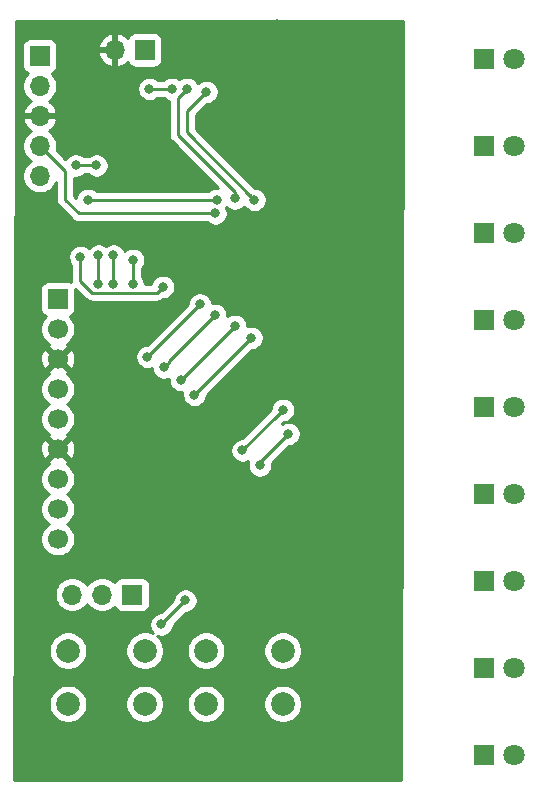
<source format=gbr>
G04 #@! TF.GenerationSoftware,KiCad,Pcbnew,(5.1.5-0-10_14)*
G04 #@! TF.CreationDate,2020-02-27T20:03:29-05:00*
G04 #@! TF.ProjectId,led_level_pcb,6c65645f-6c65-4766-956c-5f7063622e6b,rev?*
G04 #@! TF.SameCoordinates,Original*
G04 #@! TF.FileFunction,Copper,L2,Bot*
G04 #@! TF.FilePolarity,Positive*
%FSLAX46Y46*%
G04 Gerber Fmt 4.6, Leading zero omitted, Abs format (unit mm)*
G04 Created by KiCad (PCBNEW (5.1.5-0-10_14)) date 2020-02-27 20:03:29*
%MOMM*%
%LPD*%
G04 APERTURE LIST*
%ADD10R,1.700000X1.700000*%
%ADD11C,1.700000*%
%ADD12C,1.800000*%
%ADD13R,1.800000X1.800000*%
%ADD14O,1.700000X1.700000*%
%ADD15C,2.000000*%
%ADD16C,0.800000*%
%ADD17C,0.250000*%
%ADD18C,0.254000*%
G04 APERTURE END LIST*
D10*
X184912000Y-46990000D03*
D11*
X184912000Y-49530000D03*
X184912000Y-52070000D03*
X184912000Y-54610000D03*
X184912000Y-57150000D03*
X184912000Y-59690000D03*
X184912000Y-62230000D03*
X184912000Y-64770000D03*
X184912000Y-67310000D03*
D12*
X223520000Y-85598000D03*
D13*
X220980000Y-85598000D03*
X220980000Y-26670000D03*
D12*
X223520000Y-26670000D03*
D13*
X220980000Y-34036000D03*
D12*
X223520000Y-34036000D03*
X223520000Y-41402000D03*
D13*
X220980000Y-41402000D03*
D12*
X223520000Y-48768000D03*
D13*
X220980000Y-48768000D03*
X220980000Y-56134000D03*
D12*
X223520000Y-56134000D03*
D13*
X220980000Y-63500000D03*
D12*
X223520000Y-63500000D03*
X223520000Y-70866000D03*
D13*
X220980000Y-70866000D03*
X220980000Y-78232000D03*
D12*
X223520000Y-78232000D03*
D10*
X183388000Y-26416000D03*
D14*
X183388000Y-28956000D03*
X183388000Y-31496000D03*
X183388000Y-34036000D03*
X183388000Y-36576000D03*
D10*
X192278000Y-25908000D03*
D14*
X189738000Y-25908000D03*
D15*
X185778000Y-81280000D03*
X185778000Y-76780000D03*
X192278000Y-81280000D03*
X192278000Y-76780000D03*
X203962000Y-76780000D03*
X203962000Y-81280000D03*
X197462000Y-76780000D03*
X197462000Y-81280000D03*
D10*
X191204998Y-72019042D03*
D14*
X188664998Y-72019042D03*
X186124998Y-72019042D03*
D16*
X198374000Y-38608000D03*
X187452000Y-38608000D03*
X210820000Y-34544000D03*
X212090000Y-43942000D03*
X212090000Y-51308000D03*
X210566000Y-64389000D03*
X210312000Y-71882000D03*
X210439000Y-79222600D03*
X210378000Y-84770000D03*
X198387998Y-33128042D03*
X203962000Y-32004000D03*
X195199000Y-26670000D03*
X203454000Y-23735000D03*
X191262000Y-42418000D03*
X210185000Y-58991500D03*
X210566000Y-29654500D03*
X198247000Y-39751000D03*
X194564000Y-29210000D03*
X186436000Y-35687000D03*
X188177000Y-35687000D03*
X192659000Y-29210000D03*
X186817000Y-43434000D03*
X193802000Y-45974000D03*
X188341000Y-43307000D03*
X188341000Y-45720000D03*
X204431672Y-58420000D03*
X202018672Y-61087000D03*
X189611000Y-43307000D03*
X189611000Y-45720000D03*
X203962000Y-56388000D03*
X200533000Y-59817000D03*
X191249699Y-45732301D03*
X191262000Y-43688000D03*
X193675000Y-74549000D03*
X195707000Y-72517000D03*
X196469000Y-55118000D03*
X201295000Y-50292000D03*
X201549000Y-38608000D03*
X197485000Y-29464000D03*
X195834000Y-29210000D03*
X195326000Y-53848000D03*
X199898000Y-49276000D03*
X199898000Y-38481000D03*
X196939000Y-47455000D03*
X192494000Y-51900000D03*
X193891000Y-52789000D03*
X198209000Y-48344000D03*
D17*
X187452000Y-38608000D02*
X198374000Y-38608000D01*
X185547000Y-36195000D02*
X185547000Y-38354000D01*
X183388000Y-34036000D02*
X185547000Y-36195000D01*
X197675314Y-39744999D02*
X186696001Y-39744999D01*
X197681315Y-39751000D02*
X197675314Y-39744999D01*
X198247000Y-39751000D02*
X197681315Y-39751000D01*
X185547000Y-38595998D02*
X185547000Y-38354000D01*
X186696001Y-39744999D02*
X185547000Y-38595998D01*
X186436000Y-35687000D02*
X188177000Y-35687000D01*
X192659000Y-29210000D02*
X194564000Y-29210000D01*
X187808302Y-46457302D02*
X186817000Y-45466000D01*
X186817000Y-45466000D02*
X186817000Y-43434000D01*
X193318698Y-46457302D02*
X187808302Y-46457302D01*
X193802000Y-45974000D02*
X193318698Y-46457302D01*
X188341000Y-43307000D02*
X188341000Y-45720000D01*
X202018672Y-60833000D02*
X202018672Y-61087000D01*
X204431672Y-58420000D02*
X202018672Y-60833000D01*
X189611000Y-43307000D02*
X189611000Y-45720000D01*
X203962000Y-56388000D02*
X203562001Y-56787999D01*
X203562001Y-56787999D02*
X200533000Y-59817000D01*
X191249699Y-43700301D02*
X191262000Y-43688000D01*
X191249699Y-45732301D02*
X191249699Y-43700301D01*
X193675000Y-74549000D02*
X195707000Y-72517000D01*
X196469000Y-55118000D02*
X201295000Y-50292000D01*
X201549000Y-38608000D02*
X201149001Y-38208001D01*
X201549000Y-38608000D02*
X195834000Y-32893000D01*
X195834000Y-31115000D02*
X197485000Y-29464000D01*
X195834000Y-32893000D02*
X195834000Y-31115000D01*
X195326000Y-53848000D02*
X199898000Y-49276000D01*
X195072000Y-29972000D02*
X195834000Y-29210000D01*
X199898000Y-37915315D02*
X195072000Y-33089315D01*
X195072000Y-33089315D02*
X195072000Y-29972000D01*
X199898000Y-38481000D02*
X199898000Y-37915315D01*
X196939000Y-47455000D02*
X193244847Y-51149153D01*
X193244847Y-51149153D02*
X192494000Y-51900000D01*
X194290999Y-52389001D02*
X194290999Y-52262001D01*
X193891000Y-52789000D02*
X194290999Y-52389001D01*
X194290999Y-52262001D02*
X198209000Y-48344000D01*
D18*
G36*
X213995248Y-87757000D02*
G01*
X181229248Y-87757000D01*
X181242209Y-81118967D01*
X184143000Y-81118967D01*
X184143000Y-81441033D01*
X184205832Y-81756912D01*
X184329082Y-82054463D01*
X184508013Y-82322252D01*
X184735748Y-82549987D01*
X185003537Y-82728918D01*
X185301088Y-82852168D01*
X185616967Y-82915000D01*
X185939033Y-82915000D01*
X186254912Y-82852168D01*
X186552463Y-82728918D01*
X186820252Y-82549987D01*
X187047987Y-82322252D01*
X187226918Y-82054463D01*
X187350168Y-81756912D01*
X187413000Y-81441033D01*
X187413000Y-81118967D01*
X190643000Y-81118967D01*
X190643000Y-81441033D01*
X190705832Y-81756912D01*
X190829082Y-82054463D01*
X191008013Y-82322252D01*
X191235748Y-82549987D01*
X191503537Y-82728918D01*
X191801088Y-82852168D01*
X192116967Y-82915000D01*
X192439033Y-82915000D01*
X192754912Y-82852168D01*
X193052463Y-82728918D01*
X193320252Y-82549987D01*
X193547987Y-82322252D01*
X193726918Y-82054463D01*
X193850168Y-81756912D01*
X193913000Y-81441033D01*
X193913000Y-81118967D01*
X195827000Y-81118967D01*
X195827000Y-81441033D01*
X195889832Y-81756912D01*
X196013082Y-82054463D01*
X196192013Y-82322252D01*
X196419748Y-82549987D01*
X196687537Y-82728918D01*
X196985088Y-82852168D01*
X197300967Y-82915000D01*
X197623033Y-82915000D01*
X197938912Y-82852168D01*
X198236463Y-82728918D01*
X198504252Y-82549987D01*
X198731987Y-82322252D01*
X198910918Y-82054463D01*
X199034168Y-81756912D01*
X199097000Y-81441033D01*
X199097000Y-81118967D01*
X202327000Y-81118967D01*
X202327000Y-81441033D01*
X202389832Y-81756912D01*
X202513082Y-82054463D01*
X202692013Y-82322252D01*
X202919748Y-82549987D01*
X203187537Y-82728918D01*
X203485088Y-82852168D01*
X203800967Y-82915000D01*
X204123033Y-82915000D01*
X204438912Y-82852168D01*
X204736463Y-82728918D01*
X205004252Y-82549987D01*
X205231987Y-82322252D01*
X205410918Y-82054463D01*
X205534168Y-81756912D01*
X205597000Y-81441033D01*
X205597000Y-81118967D01*
X205534168Y-80803088D01*
X205410918Y-80505537D01*
X205231987Y-80237748D01*
X205004252Y-80010013D01*
X204736463Y-79831082D01*
X204438912Y-79707832D01*
X204123033Y-79645000D01*
X203800967Y-79645000D01*
X203485088Y-79707832D01*
X203187537Y-79831082D01*
X202919748Y-80010013D01*
X202692013Y-80237748D01*
X202513082Y-80505537D01*
X202389832Y-80803088D01*
X202327000Y-81118967D01*
X199097000Y-81118967D01*
X199034168Y-80803088D01*
X198910918Y-80505537D01*
X198731987Y-80237748D01*
X198504252Y-80010013D01*
X198236463Y-79831082D01*
X197938912Y-79707832D01*
X197623033Y-79645000D01*
X197300967Y-79645000D01*
X196985088Y-79707832D01*
X196687537Y-79831082D01*
X196419748Y-80010013D01*
X196192013Y-80237748D01*
X196013082Y-80505537D01*
X195889832Y-80803088D01*
X195827000Y-81118967D01*
X193913000Y-81118967D01*
X193850168Y-80803088D01*
X193726918Y-80505537D01*
X193547987Y-80237748D01*
X193320252Y-80010013D01*
X193052463Y-79831082D01*
X192754912Y-79707832D01*
X192439033Y-79645000D01*
X192116967Y-79645000D01*
X191801088Y-79707832D01*
X191503537Y-79831082D01*
X191235748Y-80010013D01*
X191008013Y-80237748D01*
X190829082Y-80505537D01*
X190705832Y-80803088D01*
X190643000Y-81118967D01*
X187413000Y-81118967D01*
X187350168Y-80803088D01*
X187226918Y-80505537D01*
X187047987Y-80237748D01*
X186820252Y-80010013D01*
X186552463Y-79831082D01*
X186254912Y-79707832D01*
X185939033Y-79645000D01*
X185616967Y-79645000D01*
X185301088Y-79707832D01*
X185003537Y-79831082D01*
X184735748Y-80010013D01*
X184508013Y-80237748D01*
X184329082Y-80505537D01*
X184205832Y-80803088D01*
X184143000Y-81118967D01*
X181242209Y-81118967D01*
X181250996Y-76618967D01*
X184143000Y-76618967D01*
X184143000Y-76941033D01*
X184205832Y-77256912D01*
X184329082Y-77554463D01*
X184508013Y-77822252D01*
X184735748Y-78049987D01*
X185003537Y-78228918D01*
X185301088Y-78352168D01*
X185616967Y-78415000D01*
X185939033Y-78415000D01*
X186254912Y-78352168D01*
X186552463Y-78228918D01*
X186820252Y-78049987D01*
X187047987Y-77822252D01*
X187226918Y-77554463D01*
X187350168Y-77256912D01*
X187413000Y-76941033D01*
X187413000Y-76618967D01*
X190643000Y-76618967D01*
X190643000Y-76941033D01*
X190705832Y-77256912D01*
X190829082Y-77554463D01*
X191008013Y-77822252D01*
X191235748Y-78049987D01*
X191503537Y-78228918D01*
X191801088Y-78352168D01*
X192116967Y-78415000D01*
X192439033Y-78415000D01*
X192754912Y-78352168D01*
X193052463Y-78228918D01*
X193320252Y-78049987D01*
X193547987Y-77822252D01*
X193726918Y-77554463D01*
X193850168Y-77256912D01*
X193913000Y-76941033D01*
X193913000Y-76618967D01*
X195827000Y-76618967D01*
X195827000Y-76941033D01*
X195889832Y-77256912D01*
X196013082Y-77554463D01*
X196192013Y-77822252D01*
X196419748Y-78049987D01*
X196687537Y-78228918D01*
X196985088Y-78352168D01*
X197300967Y-78415000D01*
X197623033Y-78415000D01*
X197938912Y-78352168D01*
X198236463Y-78228918D01*
X198504252Y-78049987D01*
X198731987Y-77822252D01*
X198910918Y-77554463D01*
X199034168Y-77256912D01*
X199097000Y-76941033D01*
X199097000Y-76618967D01*
X202327000Y-76618967D01*
X202327000Y-76941033D01*
X202389832Y-77256912D01*
X202513082Y-77554463D01*
X202692013Y-77822252D01*
X202919748Y-78049987D01*
X203187537Y-78228918D01*
X203485088Y-78352168D01*
X203800967Y-78415000D01*
X204123033Y-78415000D01*
X204438912Y-78352168D01*
X204736463Y-78228918D01*
X205004252Y-78049987D01*
X205231987Y-77822252D01*
X205410918Y-77554463D01*
X205534168Y-77256912D01*
X205597000Y-76941033D01*
X205597000Y-76618967D01*
X205534168Y-76303088D01*
X205410918Y-76005537D01*
X205231987Y-75737748D01*
X205004252Y-75510013D01*
X204736463Y-75331082D01*
X204438912Y-75207832D01*
X204123033Y-75145000D01*
X203800967Y-75145000D01*
X203485088Y-75207832D01*
X203187537Y-75331082D01*
X202919748Y-75510013D01*
X202692013Y-75737748D01*
X202513082Y-76005537D01*
X202389832Y-76303088D01*
X202327000Y-76618967D01*
X199097000Y-76618967D01*
X199034168Y-76303088D01*
X198910918Y-76005537D01*
X198731987Y-75737748D01*
X198504252Y-75510013D01*
X198236463Y-75331082D01*
X197938912Y-75207832D01*
X197623033Y-75145000D01*
X197300967Y-75145000D01*
X196985088Y-75207832D01*
X196687537Y-75331082D01*
X196419748Y-75510013D01*
X196192013Y-75737748D01*
X196013082Y-76005537D01*
X195889832Y-76303088D01*
X195827000Y-76618967D01*
X193913000Y-76618967D01*
X193850168Y-76303088D01*
X193726918Y-76005537D01*
X193547987Y-75737748D01*
X193341286Y-75531047D01*
X193373102Y-75544226D01*
X193573061Y-75584000D01*
X193776939Y-75584000D01*
X193976898Y-75544226D01*
X194165256Y-75466205D01*
X194334774Y-75352937D01*
X194478937Y-75208774D01*
X194592205Y-75039256D01*
X194670226Y-74850898D01*
X194710000Y-74650939D01*
X194710000Y-74588801D01*
X195746802Y-73552000D01*
X195808939Y-73552000D01*
X196008898Y-73512226D01*
X196197256Y-73434205D01*
X196366774Y-73320937D01*
X196510937Y-73176774D01*
X196624205Y-73007256D01*
X196702226Y-72818898D01*
X196742000Y-72618939D01*
X196742000Y-72415061D01*
X196702226Y-72215102D01*
X196624205Y-72026744D01*
X196510937Y-71857226D01*
X196366774Y-71713063D01*
X196197256Y-71599795D01*
X196008898Y-71521774D01*
X195808939Y-71482000D01*
X195605061Y-71482000D01*
X195405102Y-71521774D01*
X195216744Y-71599795D01*
X195047226Y-71713063D01*
X194903063Y-71857226D01*
X194789795Y-72026744D01*
X194711774Y-72215102D01*
X194672000Y-72415061D01*
X194672000Y-72477198D01*
X193635199Y-73514000D01*
X193573061Y-73514000D01*
X193373102Y-73553774D01*
X193184744Y-73631795D01*
X193015226Y-73745063D01*
X192871063Y-73889226D01*
X192757795Y-74058744D01*
X192679774Y-74247102D01*
X192640000Y-74447061D01*
X192640000Y-74650939D01*
X192679774Y-74850898D01*
X192757795Y-75039256D01*
X192871063Y-75208774D01*
X192951586Y-75289297D01*
X192754912Y-75207832D01*
X192439033Y-75145000D01*
X192116967Y-75145000D01*
X191801088Y-75207832D01*
X191503537Y-75331082D01*
X191235748Y-75510013D01*
X191008013Y-75737748D01*
X190829082Y-76005537D01*
X190705832Y-76303088D01*
X190643000Y-76618967D01*
X187413000Y-76618967D01*
X187350168Y-76303088D01*
X187226918Y-76005537D01*
X187047987Y-75737748D01*
X186820252Y-75510013D01*
X186552463Y-75331082D01*
X186254912Y-75207832D01*
X185939033Y-75145000D01*
X185616967Y-75145000D01*
X185301088Y-75207832D01*
X185003537Y-75331082D01*
X184735748Y-75510013D01*
X184508013Y-75737748D01*
X184329082Y-76005537D01*
X184205832Y-76303088D01*
X184143000Y-76618967D01*
X181250996Y-76618967D01*
X181260263Y-71872782D01*
X184639998Y-71872782D01*
X184639998Y-72165302D01*
X184697066Y-72452200D01*
X184809008Y-72722453D01*
X184971523Y-72965674D01*
X185178366Y-73172517D01*
X185421587Y-73335032D01*
X185691840Y-73446974D01*
X185978738Y-73504042D01*
X186271258Y-73504042D01*
X186558156Y-73446974D01*
X186828409Y-73335032D01*
X187071630Y-73172517D01*
X187278473Y-72965674D01*
X187394998Y-72791282D01*
X187511523Y-72965674D01*
X187718366Y-73172517D01*
X187961587Y-73335032D01*
X188231840Y-73446974D01*
X188518738Y-73504042D01*
X188811258Y-73504042D01*
X189098156Y-73446974D01*
X189368409Y-73335032D01*
X189611630Y-73172517D01*
X189743485Y-73040662D01*
X189765496Y-73113222D01*
X189824461Y-73223536D01*
X189903813Y-73320227D01*
X190000504Y-73399579D01*
X190110818Y-73458544D01*
X190230516Y-73494854D01*
X190354998Y-73507114D01*
X192054998Y-73507114D01*
X192179480Y-73494854D01*
X192299178Y-73458544D01*
X192409492Y-73399579D01*
X192506183Y-73320227D01*
X192585535Y-73223536D01*
X192644500Y-73113222D01*
X192680810Y-72993524D01*
X192693070Y-72869042D01*
X192693070Y-71169042D01*
X192680810Y-71044560D01*
X192644500Y-70924862D01*
X192585535Y-70814548D01*
X192506183Y-70717857D01*
X192409492Y-70638505D01*
X192299178Y-70579540D01*
X192179480Y-70543230D01*
X192054998Y-70530970D01*
X190354998Y-70530970D01*
X190230516Y-70543230D01*
X190110818Y-70579540D01*
X190000504Y-70638505D01*
X189903813Y-70717857D01*
X189824461Y-70814548D01*
X189765496Y-70924862D01*
X189743485Y-70997422D01*
X189611630Y-70865567D01*
X189368409Y-70703052D01*
X189098156Y-70591110D01*
X188811258Y-70534042D01*
X188518738Y-70534042D01*
X188231840Y-70591110D01*
X187961587Y-70703052D01*
X187718366Y-70865567D01*
X187511523Y-71072410D01*
X187394998Y-71246802D01*
X187278473Y-71072410D01*
X187071630Y-70865567D01*
X186828409Y-70703052D01*
X186558156Y-70591110D01*
X186271258Y-70534042D01*
X185978738Y-70534042D01*
X185691840Y-70591110D01*
X185421587Y-70703052D01*
X185178366Y-70865567D01*
X184971523Y-71072410D01*
X184809008Y-71315631D01*
X184697066Y-71585884D01*
X184639998Y-71872782D01*
X181260263Y-71872782D01*
X181279379Y-62083740D01*
X183427000Y-62083740D01*
X183427000Y-62376260D01*
X183484068Y-62663158D01*
X183596010Y-62933411D01*
X183758525Y-63176632D01*
X183965368Y-63383475D01*
X184139760Y-63500000D01*
X183965368Y-63616525D01*
X183758525Y-63823368D01*
X183596010Y-64066589D01*
X183484068Y-64336842D01*
X183427000Y-64623740D01*
X183427000Y-64916260D01*
X183484068Y-65203158D01*
X183596010Y-65473411D01*
X183758525Y-65716632D01*
X183965368Y-65923475D01*
X184139760Y-66040000D01*
X183965368Y-66156525D01*
X183758525Y-66363368D01*
X183596010Y-66606589D01*
X183484068Y-66876842D01*
X183427000Y-67163740D01*
X183427000Y-67456260D01*
X183484068Y-67743158D01*
X183596010Y-68013411D01*
X183758525Y-68256632D01*
X183965368Y-68463475D01*
X184208589Y-68625990D01*
X184478842Y-68737932D01*
X184765740Y-68795000D01*
X185058260Y-68795000D01*
X185345158Y-68737932D01*
X185615411Y-68625990D01*
X185858632Y-68463475D01*
X186065475Y-68256632D01*
X186227990Y-68013411D01*
X186339932Y-67743158D01*
X186397000Y-67456260D01*
X186397000Y-67163740D01*
X186339932Y-66876842D01*
X186227990Y-66606589D01*
X186065475Y-66363368D01*
X185858632Y-66156525D01*
X185684240Y-66040000D01*
X185858632Y-65923475D01*
X186065475Y-65716632D01*
X186227990Y-65473411D01*
X186339932Y-65203158D01*
X186397000Y-64916260D01*
X186397000Y-64623740D01*
X186339932Y-64336842D01*
X186227990Y-64066589D01*
X186065475Y-63823368D01*
X185858632Y-63616525D01*
X185684240Y-63500000D01*
X185858632Y-63383475D01*
X186065475Y-63176632D01*
X186227990Y-62933411D01*
X186339932Y-62663158D01*
X186397000Y-62376260D01*
X186397000Y-62083740D01*
X186339932Y-61796842D01*
X186227990Y-61526589D01*
X186065475Y-61283368D01*
X185858632Y-61076525D01*
X185685271Y-60960689D01*
X185760792Y-60718397D01*
X184912000Y-59869605D01*
X184063208Y-60718397D01*
X184138729Y-60960689D01*
X183965368Y-61076525D01*
X183758525Y-61283368D01*
X183596010Y-61526589D01*
X183484068Y-61796842D01*
X183427000Y-62083740D01*
X181279379Y-62083740D01*
X181283920Y-59758531D01*
X183421389Y-59758531D01*
X183463401Y-60048019D01*
X183561081Y-60323747D01*
X183634528Y-60461157D01*
X183883603Y-60538792D01*
X184732395Y-59690000D01*
X185091605Y-59690000D01*
X185940397Y-60538792D01*
X186189472Y-60461157D01*
X186315371Y-60197117D01*
X186387339Y-59913589D01*
X186397718Y-59715061D01*
X199498000Y-59715061D01*
X199498000Y-59918939D01*
X199537774Y-60118898D01*
X199615795Y-60307256D01*
X199729063Y-60476774D01*
X199873226Y-60620937D01*
X200042744Y-60734205D01*
X200231102Y-60812226D01*
X200431061Y-60852000D01*
X200634939Y-60852000D01*
X200834898Y-60812226D01*
X201023256Y-60734205D01*
X201052669Y-60714552D01*
X201023446Y-60785102D01*
X200983672Y-60985061D01*
X200983672Y-61188939D01*
X201023446Y-61388898D01*
X201101467Y-61577256D01*
X201214735Y-61746774D01*
X201358898Y-61890937D01*
X201528416Y-62004205D01*
X201716774Y-62082226D01*
X201916733Y-62122000D01*
X202120611Y-62122000D01*
X202320570Y-62082226D01*
X202508928Y-62004205D01*
X202678446Y-61890937D01*
X202822609Y-61746774D01*
X202935877Y-61577256D01*
X203013898Y-61388898D01*
X203053672Y-61188939D01*
X203053672Y-60985061D01*
X203035047Y-60891426D01*
X204471474Y-59455000D01*
X204533611Y-59455000D01*
X204733570Y-59415226D01*
X204921928Y-59337205D01*
X205091446Y-59223937D01*
X205235609Y-59079774D01*
X205348877Y-58910256D01*
X205426898Y-58721898D01*
X205466672Y-58521939D01*
X205466672Y-58318061D01*
X205426898Y-58118102D01*
X205348877Y-57929744D01*
X205235609Y-57760226D01*
X205091446Y-57616063D01*
X204921928Y-57502795D01*
X204733570Y-57424774D01*
X204533611Y-57385000D01*
X204329733Y-57385000D01*
X204129774Y-57424774D01*
X203941416Y-57502795D01*
X203882924Y-57541878D01*
X204001802Y-57423000D01*
X204063939Y-57423000D01*
X204263898Y-57383226D01*
X204452256Y-57305205D01*
X204621774Y-57191937D01*
X204765937Y-57047774D01*
X204879205Y-56878256D01*
X204957226Y-56689898D01*
X204997000Y-56489939D01*
X204997000Y-56286061D01*
X204957226Y-56086102D01*
X204879205Y-55897744D01*
X204765937Y-55728226D01*
X204621774Y-55584063D01*
X204452256Y-55470795D01*
X204263898Y-55392774D01*
X204063939Y-55353000D01*
X203860061Y-55353000D01*
X203660102Y-55392774D01*
X203471744Y-55470795D01*
X203302226Y-55584063D01*
X203158063Y-55728226D01*
X203044795Y-55897744D01*
X202966774Y-56086102D01*
X202927000Y-56286061D01*
X202927000Y-56348198D01*
X200493199Y-58782000D01*
X200431061Y-58782000D01*
X200231102Y-58821774D01*
X200042744Y-58899795D01*
X199873226Y-59013063D01*
X199729063Y-59157226D01*
X199615795Y-59326744D01*
X199537774Y-59515102D01*
X199498000Y-59715061D01*
X186397718Y-59715061D01*
X186402611Y-59621469D01*
X186360599Y-59331981D01*
X186262919Y-59056253D01*
X186189472Y-58918843D01*
X185940397Y-58841208D01*
X185091605Y-59690000D01*
X184732395Y-59690000D01*
X183883603Y-58841208D01*
X183634528Y-58918843D01*
X183508629Y-59182883D01*
X183436661Y-59466411D01*
X183421389Y-59758531D01*
X181283920Y-59758531D01*
X181294258Y-54463740D01*
X183427000Y-54463740D01*
X183427000Y-54756260D01*
X183484068Y-55043158D01*
X183596010Y-55313411D01*
X183758525Y-55556632D01*
X183965368Y-55763475D01*
X184139760Y-55880000D01*
X183965368Y-55996525D01*
X183758525Y-56203368D01*
X183596010Y-56446589D01*
X183484068Y-56716842D01*
X183427000Y-57003740D01*
X183427000Y-57296260D01*
X183484068Y-57583158D01*
X183596010Y-57853411D01*
X183758525Y-58096632D01*
X183965368Y-58303475D01*
X184138729Y-58419311D01*
X184063208Y-58661603D01*
X184912000Y-59510395D01*
X185760792Y-58661603D01*
X185685271Y-58419311D01*
X185858632Y-58303475D01*
X186065475Y-58096632D01*
X186227990Y-57853411D01*
X186339932Y-57583158D01*
X186397000Y-57296260D01*
X186397000Y-57003740D01*
X186339932Y-56716842D01*
X186227990Y-56446589D01*
X186065475Y-56203368D01*
X185858632Y-55996525D01*
X185684240Y-55880000D01*
X185858632Y-55763475D01*
X186065475Y-55556632D01*
X186227990Y-55313411D01*
X186339932Y-55043158D01*
X186397000Y-54756260D01*
X186397000Y-54463740D01*
X186339932Y-54176842D01*
X186227990Y-53906589D01*
X186065475Y-53663368D01*
X185858632Y-53456525D01*
X185685271Y-53340689D01*
X185760792Y-53098397D01*
X184912000Y-52249605D01*
X184063208Y-53098397D01*
X184138729Y-53340689D01*
X183965368Y-53456525D01*
X183758525Y-53663368D01*
X183596010Y-53906589D01*
X183484068Y-54176842D01*
X183427000Y-54463740D01*
X181294258Y-54463740D01*
X181298799Y-52138531D01*
X183421389Y-52138531D01*
X183463401Y-52428019D01*
X183561081Y-52703747D01*
X183634528Y-52841157D01*
X183883603Y-52918792D01*
X184732395Y-52070000D01*
X185091605Y-52070000D01*
X185940397Y-52918792D01*
X186189472Y-52841157D01*
X186315371Y-52577117D01*
X186387339Y-52293589D01*
X186402611Y-52001469D01*
X186373092Y-51798061D01*
X191459000Y-51798061D01*
X191459000Y-52001939D01*
X191498774Y-52201898D01*
X191576795Y-52390256D01*
X191690063Y-52559774D01*
X191834226Y-52703937D01*
X192003744Y-52817205D01*
X192192102Y-52895226D01*
X192392061Y-52935000D01*
X192595939Y-52935000D01*
X192795898Y-52895226D01*
X192856000Y-52870331D01*
X192856000Y-52890939D01*
X192895774Y-53090898D01*
X192973795Y-53279256D01*
X193087063Y-53448774D01*
X193231226Y-53592937D01*
X193400744Y-53706205D01*
X193589102Y-53784226D01*
X193789061Y-53824000D01*
X193992939Y-53824000D01*
X194192898Y-53784226D01*
X194291536Y-53743369D01*
X194291000Y-53746061D01*
X194291000Y-53949939D01*
X194330774Y-54149898D01*
X194408795Y-54338256D01*
X194522063Y-54507774D01*
X194666226Y-54651937D01*
X194835744Y-54765205D01*
X195024102Y-54843226D01*
X195224061Y-54883000D01*
X195427939Y-54883000D01*
X195461807Y-54876263D01*
X195434000Y-55016061D01*
X195434000Y-55219939D01*
X195473774Y-55419898D01*
X195551795Y-55608256D01*
X195665063Y-55777774D01*
X195809226Y-55921937D01*
X195978744Y-56035205D01*
X196167102Y-56113226D01*
X196367061Y-56153000D01*
X196570939Y-56153000D01*
X196770898Y-56113226D01*
X196959256Y-56035205D01*
X197128774Y-55921937D01*
X197272937Y-55777774D01*
X197386205Y-55608256D01*
X197464226Y-55419898D01*
X197504000Y-55219939D01*
X197504000Y-55157801D01*
X201334802Y-51327000D01*
X201396939Y-51327000D01*
X201596898Y-51287226D01*
X201785256Y-51209205D01*
X201954774Y-51095937D01*
X202098937Y-50951774D01*
X202212205Y-50782256D01*
X202290226Y-50593898D01*
X202330000Y-50393939D01*
X202330000Y-50190061D01*
X202290226Y-49990102D01*
X202212205Y-49801744D01*
X202098937Y-49632226D01*
X201954774Y-49488063D01*
X201785256Y-49374795D01*
X201596898Y-49296774D01*
X201396939Y-49257000D01*
X201193061Y-49257000D01*
X200993102Y-49296774D01*
X200933000Y-49321669D01*
X200933000Y-49174061D01*
X200893226Y-48974102D01*
X200815205Y-48785744D01*
X200701937Y-48616226D01*
X200557774Y-48472063D01*
X200388256Y-48358795D01*
X200199898Y-48280774D01*
X199999939Y-48241000D01*
X199796061Y-48241000D01*
X199596102Y-48280774D01*
X199407744Y-48358795D01*
X199238892Y-48471618D01*
X199244000Y-48445939D01*
X199244000Y-48242061D01*
X199204226Y-48042102D01*
X199126205Y-47853744D01*
X199012937Y-47684226D01*
X198868774Y-47540063D01*
X198699256Y-47426795D01*
X198510898Y-47348774D01*
X198310939Y-47309000D01*
X198107061Y-47309000D01*
X197970634Y-47336137D01*
X197934226Y-47153102D01*
X197856205Y-46964744D01*
X197742937Y-46795226D01*
X197598774Y-46651063D01*
X197429256Y-46537795D01*
X197240898Y-46459774D01*
X197040939Y-46420000D01*
X196837061Y-46420000D01*
X196637102Y-46459774D01*
X196448744Y-46537795D01*
X196279226Y-46651063D01*
X196135063Y-46795226D01*
X196021795Y-46964744D01*
X195943774Y-47153102D01*
X195904000Y-47353061D01*
X195904000Y-47415198D01*
X192454198Y-50865000D01*
X192392061Y-50865000D01*
X192192102Y-50904774D01*
X192003744Y-50982795D01*
X191834226Y-51096063D01*
X191690063Y-51240226D01*
X191576795Y-51409744D01*
X191498774Y-51598102D01*
X191459000Y-51798061D01*
X186373092Y-51798061D01*
X186360599Y-51711981D01*
X186262919Y-51436253D01*
X186189472Y-51298843D01*
X185940397Y-51221208D01*
X185091605Y-52070000D01*
X184732395Y-52070000D01*
X183883603Y-51221208D01*
X183634528Y-51298843D01*
X183508629Y-51562883D01*
X183436661Y-51846411D01*
X183421389Y-52138531D01*
X181298799Y-52138531D01*
X181310512Y-46140000D01*
X183423928Y-46140000D01*
X183423928Y-47840000D01*
X183436188Y-47964482D01*
X183472498Y-48084180D01*
X183531463Y-48194494D01*
X183610815Y-48291185D01*
X183707506Y-48370537D01*
X183817820Y-48429502D01*
X183890380Y-48451513D01*
X183758525Y-48583368D01*
X183596010Y-48826589D01*
X183484068Y-49096842D01*
X183427000Y-49383740D01*
X183427000Y-49676260D01*
X183484068Y-49963158D01*
X183596010Y-50233411D01*
X183758525Y-50476632D01*
X183965368Y-50683475D01*
X184138729Y-50799311D01*
X184063208Y-51041603D01*
X184912000Y-51890395D01*
X185760792Y-51041603D01*
X185685271Y-50799311D01*
X185858632Y-50683475D01*
X186065475Y-50476632D01*
X186227990Y-50233411D01*
X186339932Y-49963158D01*
X186397000Y-49676260D01*
X186397000Y-49383740D01*
X186339932Y-49096842D01*
X186227990Y-48826589D01*
X186065475Y-48583368D01*
X185933620Y-48451513D01*
X186006180Y-48429502D01*
X186116494Y-48370537D01*
X186213185Y-48291185D01*
X186292537Y-48194494D01*
X186351502Y-48084180D01*
X186387812Y-47964482D01*
X186400072Y-47840000D01*
X186400072Y-46140000D01*
X186398310Y-46122111D01*
X187244503Y-46968305D01*
X187268301Y-46997303D01*
X187384026Y-47092276D01*
X187516055Y-47162848D01*
X187659316Y-47206305D01*
X187770969Y-47217302D01*
X187770977Y-47217302D01*
X187808302Y-47220978D01*
X187845627Y-47217302D01*
X193281376Y-47217302D01*
X193318698Y-47220978D01*
X193356020Y-47217302D01*
X193356031Y-47217302D01*
X193467684Y-47206305D01*
X193610945Y-47162848D01*
X193742974Y-47092276D01*
X193844446Y-47009000D01*
X193903939Y-47009000D01*
X194103898Y-46969226D01*
X194292256Y-46891205D01*
X194461774Y-46777937D01*
X194605937Y-46633774D01*
X194719205Y-46464256D01*
X194797226Y-46275898D01*
X194837000Y-46075939D01*
X194837000Y-45872061D01*
X194797226Y-45672102D01*
X194719205Y-45483744D01*
X194605937Y-45314226D01*
X194461774Y-45170063D01*
X194292256Y-45056795D01*
X194103898Y-44978774D01*
X193903939Y-44939000D01*
X193700061Y-44939000D01*
X193500102Y-44978774D01*
X193311744Y-45056795D01*
X193142226Y-45170063D01*
X192998063Y-45314226D01*
X192884795Y-45483744D01*
X192806774Y-45672102D01*
X192801761Y-45697302D01*
X192284699Y-45697302D01*
X192284699Y-45630362D01*
X192244925Y-45430403D01*
X192166904Y-45242045D01*
X192053636Y-45072527D01*
X192009699Y-45028590D01*
X192009699Y-44404012D01*
X192065937Y-44347774D01*
X192179205Y-44178256D01*
X192257226Y-43989898D01*
X192297000Y-43789939D01*
X192297000Y-43586061D01*
X192257226Y-43386102D01*
X192179205Y-43197744D01*
X192065937Y-43028226D01*
X191921774Y-42884063D01*
X191752256Y-42770795D01*
X191563898Y-42692774D01*
X191363939Y-42653000D01*
X191160061Y-42653000D01*
X190960102Y-42692774D01*
X190771744Y-42770795D01*
X190602226Y-42884063D01*
X190569603Y-42916686D01*
X190528205Y-42816744D01*
X190414937Y-42647226D01*
X190270774Y-42503063D01*
X190101256Y-42389795D01*
X189912898Y-42311774D01*
X189712939Y-42272000D01*
X189509061Y-42272000D01*
X189309102Y-42311774D01*
X189120744Y-42389795D01*
X188976000Y-42486510D01*
X188831256Y-42389795D01*
X188642898Y-42311774D01*
X188442939Y-42272000D01*
X188239061Y-42272000D01*
X188039102Y-42311774D01*
X187850744Y-42389795D01*
X187681226Y-42503063D01*
X187537063Y-42647226D01*
X187519789Y-42673078D01*
X187476774Y-42630063D01*
X187307256Y-42516795D01*
X187118898Y-42438774D01*
X186918939Y-42399000D01*
X186715061Y-42399000D01*
X186515102Y-42438774D01*
X186326744Y-42516795D01*
X186157226Y-42630063D01*
X186013063Y-42774226D01*
X185899795Y-42943744D01*
X185821774Y-43132102D01*
X185782000Y-43332061D01*
X185782000Y-43535939D01*
X185821774Y-43735898D01*
X185899795Y-43924256D01*
X186013063Y-44093774D01*
X186057001Y-44137712D01*
X186057000Y-45428677D01*
X186053324Y-45466000D01*
X186057000Y-45503322D01*
X186057000Y-45503332D01*
X186064728Y-45581793D01*
X186006180Y-45550498D01*
X185886482Y-45514188D01*
X185762000Y-45501928D01*
X184062000Y-45501928D01*
X183937518Y-45514188D01*
X183817820Y-45550498D01*
X183707506Y-45609463D01*
X183610815Y-45688815D01*
X183531463Y-45785506D01*
X183472498Y-45895820D01*
X183436188Y-46015518D01*
X183423928Y-46140000D01*
X181310512Y-46140000D01*
X181334434Y-33889740D01*
X181903000Y-33889740D01*
X181903000Y-34182260D01*
X181960068Y-34469158D01*
X182072010Y-34739411D01*
X182234525Y-34982632D01*
X182441368Y-35189475D01*
X182615760Y-35306000D01*
X182441368Y-35422525D01*
X182234525Y-35629368D01*
X182072010Y-35872589D01*
X181960068Y-36142842D01*
X181903000Y-36429740D01*
X181903000Y-36722260D01*
X181960068Y-37009158D01*
X182072010Y-37279411D01*
X182234525Y-37522632D01*
X182441368Y-37729475D01*
X182684589Y-37891990D01*
X182954842Y-38003932D01*
X183241740Y-38061000D01*
X183534260Y-38061000D01*
X183821158Y-38003932D01*
X184091411Y-37891990D01*
X184334632Y-37729475D01*
X184541475Y-37522632D01*
X184703990Y-37279411D01*
X184787000Y-37079005D01*
X184787001Y-38316657D01*
X184787000Y-38316667D01*
X184787000Y-38558676D01*
X184783324Y-38595998D01*
X184787000Y-38633320D01*
X184787000Y-38633330D01*
X184797997Y-38744983D01*
X184841454Y-38888244D01*
X184912026Y-39020274D01*
X184927766Y-39039453D01*
X185006999Y-39135999D01*
X185036003Y-39159802D01*
X186132201Y-40256001D01*
X186156000Y-40285000D01*
X186271725Y-40379973D01*
X186403754Y-40450545D01*
X186547015Y-40494002D01*
X186658668Y-40504999D01*
X186658676Y-40504999D01*
X186696001Y-40508675D01*
X186733326Y-40504999D01*
X197537288Y-40504999D01*
X197587226Y-40554937D01*
X197756744Y-40668205D01*
X197945102Y-40746226D01*
X198145061Y-40786000D01*
X198348939Y-40786000D01*
X198548898Y-40746226D01*
X198737256Y-40668205D01*
X198906774Y-40554937D01*
X199050937Y-40410774D01*
X199164205Y-40241256D01*
X199242226Y-40052898D01*
X199282000Y-39852939D01*
X199282000Y-39649061D01*
X199242226Y-39449102D01*
X199170286Y-39275425D01*
X199177937Y-39267774D01*
X199195211Y-39241922D01*
X199238226Y-39284937D01*
X199407744Y-39398205D01*
X199596102Y-39476226D01*
X199796061Y-39516000D01*
X199999939Y-39516000D01*
X200199898Y-39476226D01*
X200388256Y-39398205D01*
X200557774Y-39284937D01*
X200676920Y-39165791D01*
X200745063Y-39267774D01*
X200889226Y-39411937D01*
X201058744Y-39525205D01*
X201247102Y-39603226D01*
X201447061Y-39643000D01*
X201650939Y-39643000D01*
X201850898Y-39603226D01*
X202039256Y-39525205D01*
X202208774Y-39411937D01*
X202352937Y-39267774D01*
X202466205Y-39098256D01*
X202544226Y-38909898D01*
X202584000Y-38709939D01*
X202584000Y-38506061D01*
X202544226Y-38306102D01*
X202466205Y-38117744D01*
X202352937Y-37948226D01*
X202208774Y-37804063D01*
X202039256Y-37690795D01*
X201850898Y-37612774D01*
X201650939Y-37573000D01*
X201588802Y-37573000D01*
X196594000Y-32578199D01*
X196594000Y-31429801D01*
X197524802Y-30499000D01*
X197586939Y-30499000D01*
X197786898Y-30459226D01*
X197975256Y-30381205D01*
X198144774Y-30267937D01*
X198288937Y-30123774D01*
X198402205Y-29954256D01*
X198480226Y-29765898D01*
X198520000Y-29565939D01*
X198520000Y-29362061D01*
X198480226Y-29162102D01*
X198402205Y-28973744D01*
X198288937Y-28804226D01*
X198144774Y-28660063D01*
X197975256Y-28546795D01*
X197786898Y-28468774D01*
X197586939Y-28429000D01*
X197383061Y-28429000D01*
X197183102Y-28468774D01*
X196994744Y-28546795D01*
X196825226Y-28660063D01*
X196755405Y-28729884D01*
X196751205Y-28719744D01*
X196637937Y-28550226D01*
X196493774Y-28406063D01*
X196324256Y-28292795D01*
X196135898Y-28214774D01*
X195935939Y-28175000D01*
X195732061Y-28175000D01*
X195532102Y-28214774D01*
X195343744Y-28292795D01*
X195199000Y-28389510D01*
X195054256Y-28292795D01*
X194865898Y-28214774D01*
X194665939Y-28175000D01*
X194462061Y-28175000D01*
X194262102Y-28214774D01*
X194073744Y-28292795D01*
X193904226Y-28406063D01*
X193860289Y-28450000D01*
X193362711Y-28450000D01*
X193318774Y-28406063D01*
X193149256Y-28292795D01*
X192960898Y-28214774D01*
X192760939Y-28175000D01*
X192557061Y-28175000D01*
X192357102Y-28214774D01*
X192168744Y-28292795D01*
X191999226Y-28406063D01*
X191855063Y-28550226D01*
X191741795Y-28719744D01*
X191663774Y-28908102D01*
X191624000Y-29108061D01*
X191624000Y-29311939D01*
X191663774Y-29511898D01*
X191741795Y-29700256D01*
X191855063Y-29869774D01*
X191999226Y-30013937D01*
X192168744Y-30127205D01*
X192357102Y-30205226D01*
X192557061Y-30245000D01*
X192760939Y-30245000D01*
X192960898Y-30205226D01*
X193149256Y-30127205D01*
X193318774Y-30013937D01*
X193362711Y-29970000D01*
X193860289Y-29970000D01*
X193904226Y-30013937D01*
X194073744Y-30127205D01*
X194262102Y-30205226D01*
X194312001Y-30215151D01*
X194312000Y-33051992D01*
X194308324Y-33089315D01*
X194312000Y-33126637D01*
X194312000Y-33126647D01*
X194322997Y-33238300D01*
X194346954Y-33317276D01*
X194366454Y-33381561D01*
X194437026Y-33513591D01*
X194476871Y-33562141D01*
X194531999Y-33629316D01*
X194561003Y-33653119D01*
X198482111Y-37574228D01*
X198475939Y-37573000D01*
X198272061Y-37573000D01*
X198072102Y-37612774D01*
X197883744Y-37690795D01*
X197714226Y-37804063D01*
X197670289Y-37848000D01*
X188155711Y-37848000D01*
X188111774Y-37804063D01*
X187942256Y-37690795D01*
X187753898Y-37612774D01*
X187553939Y-37573000D01*
X187350061Y-37573000D01*
X187150102Y-37612774D01*
X186961744Y-37690795D01*
X186792226Y-37804063D01*
X186648063Y-37948226D01*
X186534795Y-38117744D01*
X186456774Y-38306102D01*
X186436057Y-38410254D01*
X186307000Y-38281197D01*
X186307000Y-36716617D01*
X186334061Y-36722000D01*
X186537939Y-36722000D01*
X186737898Y-36682226D01*
X186926256Y-36604205D01*
X187095774Y-36490937D01*
X187139711Y-36447000D01*
X187473289Y-36447000D01*
X187517226Y-36490937D01*
X187686744Y-36604205D01*
X187875102Y-36682226D01*
X188075061Y-36722000D01*
X188278939Y-36722000D01*
X188478898Y-36682226D01*
X188667256Y-36604205D01*
X188836774Y-36490937D01*
X188980937Y-36346774D01*
X189094205Y-36177256D01*
X189172226Y-35988898D01*
X189212000Y-35788939D01*
X189212000Y-35585061D01*
X189172226Y-35385102D01*
X189094205Y-35196744D01*
X188980937Y-35027226D01*
X188836774Y-34883063D01*
X188667256Y-34769795D01*
X188478898Y-34691774D01*
X188278939Y-34652000D01*
X188075061Y-34652000D01*
X187875102Y-34691774D01*
X187686744Y-34769795D01*
X187517226Y-34883063D01*
X187473289Y-34927000D01*
X187139711Y-34927000D01*
X187095774Y-34883063D01*
X186926256Y-34769795D01*
X186737898Y-34691774D01*
X186537939Y-34652000D01*
X186334061Y-34652000D01*
X186134102Y-34691774D01*
X185945744Y-34769795D01*
X185776226Y-34883063D01*
X185632063Y-35027226D01*
X185560752Y-35133950D01*
X184829209Y-34402408D01*
X184873000Y-34182260D01*
X184873000Y-33889740D01*
X184815932Y-33602842D01*
X184703990Y-33332589D01*
X184541475Y-33089368D01*
X184334632Y-32882525D01*
X184152466Y-32760805D01*
X184269355Y-32691178D01*
X184485588Y-32496269D01*
X184659641Y-32262920D01*
X184784825Y-32000099D01*
X184829476Y-31852890D01*
X184708155Y-31623000D01*
X183515000Y-31623000D01*
X183515000Y-31643000D01*
X183261000Y-31643000D01*
X183261000Y-31623000D01*
X182067845Y-31623000D01*
X181946524Y-31852890D01*
X181991175Y-32000099D01*
X182116359Y-32262920D01*
X182290412Y-32496269D01*
X182506645Y-32691178D01*
X182623534Y-32760805D01*
X182441368Y-32882525D01*
X182234525Y-33089368D01*
X182072010Y-33332589D01*
X181960068Y-33602842D01*
X181903000Y-33889740D01*
X181334434Y-33889740D01*
X181350688Y-25566000D01*
X181899928Y-25566000D01*
X181899928Y-27266000D01*
X181912188Y-27390482D01*
X181948498Y-27510180D01*
X182007463Y-27620494D01*
X182086815Y-27717185D01*
X182183506Y-27796537D01*
X182293820Y-27855502D01*
X182366380Y-27877513D01*
X182234525Y-28009368D01*
X182072010Y-28252589D01*
X181960068Y-28522842D01*
X181903000Y-28809740D01*
X181903000Y-29102260D01*
X181960068Y-29389158D01*
X182072010Y-29659411D01*
X182234525Y-29902632D01*
X182441368Y-30109475D01*
X182623534Y-30231195D01*
X182506645Y-30300822D01*
X182290412Y-30495731D01*
X182116359Y-30729080D01*
X181991175Y-30991901D01*
X181946524Y-31139110D01*
X182067845Y-31369000D01*
X183261000Y-31369000D01*
X183261000Y-31349000D01*
X183515000Y-31349000D01*
X183515000Y-31369000D01*
X184708155Y-31369000D01*
X184829476Y-31139110D01*
X184784825Y-30991901D01*
X184659641Y-30729080D01*
X184485588Y-30495731D01*
X184269355Y-30300822D01*
X184152466Y-30231195D01*
X184334632Y-30109475D01*
X184541475Y-29902632D01*
X184703990Y-29659411D01*
X184815932Y-29389158D01*
X184873000Y-29102260D01*
X184873000Y-28809740D01*
X184815932Y-28522842D01*
X184703990Y-28252589D01*
X184541475Y-28009368D01*
X184409620Y-27877513D01*
X184482180Y-27855502D01*
X184592494Y-27796537D01*
X184689185Y-27717185D01*
X184768537Y-27620494D01*
X184827502Y-27510180D01*
X184863812Y-27390482D01*
X184876072Y-27266000D01*
X184876072Y-26264891D01*
X188296519Y-26264891D01*
X188393843Y-26539252D01*
X188542822Y-26789355D01*
X188737731Y-27005588D01*
X188971080Y-27179641D01*
X189233901Y-27304825D01*
X189381110Y-27349476D01*
X189611000Y-27228155D01*
X189611000Y-26035000D01*
X188417186Y-26035000D01*
X188296519Y-26264891D01*
X184876072Y-26264891D01*
X184876072Y-25566000D01*
X184874606Y-25551109D01*
X188296519Y-25551109D01*
X188417186Y-25781000D01*
X189611000Y-25781000D01*
X189611000Y-24587845D01*
X189865000Y-24587845D01*
X189865000Y-25781000D01*
X189885000Y-25781000D01*
X189885000Y-26035000D01*
X189865000Y-26035000D01*
X189865000Y-27228155D01*
X190094890Y-27349476D01*
X190242099Y-27304825D01*
X190504920Y-27179641D01*
X190738269Y-27005588D01*
X190814034Y-26921534D01*
X190838498Y-27002180D01*
X190897463Y-27112494D01*
X190976815Y-27209185D01*
X191073506Y-27288537D01*
X191183820Y-27347502D01*
X191303518Y-27383812D01*
X191428000Y-27396072D01*
X193128000Y-27396072D01*
X193252482Y-27383812D01*
X193372180Y-27347502D01*
X193482494Y-27288537D01*
X193579185Y-27209185D01*
X193658537Y-27112494D01*
X193717502Y-27002180D01*
X193753812Y-26882482D01*
X193766072Y-26758000D01*
X193766072Y-25058000D01*
X193753812Y-24933518D01*
X193717502Y-24813820D01*
X193658537Y-24703506D01*
X193579185Y-24606815D01*
X193482494Y-24527463D01*
X193372180Y-24468498D01*
X193252482Y-24432188D01*
X193128000Y-24419928D01*
X191428000Y-24419928D01*
X191303518Y-24432188D01*
X191183820Y-24468498D01*
X191073506Y-24527463D01*
X190976815Y-24606815D01*
X190897463Y-24703506D01*
X190838498Y-24813820D01*
X190814034Y-24894466D01*
X190738269Y-24810412D01*
X190504920Y-24636359D01*
X190242099Y-24511175D01*
X190094890Y-24466524D01*
X189865000Y-24587845D01*
X189611000Y-24587845D01*
X189381110Y-24466524D01*
X189233901Y-24511175D01*
X188971080Y-24636359D01*
X188737731Y-24810412D01*
X188542822Y-25026645D01*
X188393843Y-25276748D01*
X188296519Y-25551109D01*
X184874606Y-25551109D01*
X184863812Y-25441518D01*
X184827502Y-25321820D01*
X184768537Y-25211506D01*
X184689185Y-25114815D01*
X184592494Y-25035463D01*
X184482180Y-24976498D01*
X184362482Y-24940188D01*
X184238000Y-24927928D01*
X182538000Y-24927928D01*
X182413518Y-24940188D01*
X182293820Y-24976498D01*
X182183506Y-25035463D01*
X182086815Y-25114815D01*
X182007463Y-25211506D01*
X181948498Y-25321820D01*
X181912188Y-25441518D01*
X181899928Y-25566000D01*
X181350688Y-25566000D01*
X181354834Y-23443000D01*
X214120834Y-23443000D01*
X213995248Y-87757000D01*
G37*
X213995248Y-87757000D02*
X181229248Y-87757000D01*
X181242209Y-81118967D01*
X184143000Y-81118967D01*
X184143000Y-81441033D01*
X184205832Y-81756912D01*
X184329082Y-82054463D01*
X184508013Y-82322252D01*
X184735748Y-82549987D01*
X185003537Y-82728918D01*
X185301088Y-82852168D01*
X185616967Y-82915000D01*
X185939033Y-82915000D01*
X186254912Y-82852168D01*
X186552463Y-82728918D01*
X186820252Y-82549987D01*
X187047987Y-82322252D01*
X187226918Y-82054463D01*
X187350168Y-81756912D01*
X187413000Y-81441033D01*
X187413000Y-81118967D01*
X190643000Y-81118967D01*
X190643000Y-81441033D01*
X190705832Y-81756912D01*
X190829082Y-82054463D01*
X191008013Y-82322252D01*
X191235748Y-82549987D01*
X191503537Y-82728918D01*
X191801088Y-82852168D01*
X192116967Y-82915000D01*
X192439033Y-82915000D01*
X192754912Y-82852168D01*
X193052463Y-82728918D01*
X193320252Y-82549987D01*
X193547987Y-82322252D01*
X193726918Y-82054463D01*
X193850168Y-81756912D01*
X193913000Y-81441033D01*
X193913000Y-81118967D01*
X195827000Y-81118967D01*
X195827000Y-81441033D01*
X195889832Y-81756912D01*
X196013082Y-82054463D01*
X196192013Y-82322252D01*
X196419748Y-82549987D01*
X196687537Y-82728918D01*
X196985088Y-82852168D01*
X197300967Y-82915000D01*
X197623033Y-82915000D01*
X197938912Y-82852168D01*
X198236463Y-82728918D01*
X198504252Y-82549987D01*
X198731987Y-82322252D01*
X198910918Y-82054463D01*
X199034168Y-81756912D01*
X199097000Y-81441033D01*
X199097000Y-81118967D01*
X202327000Y-81118967D01*
X202327000Y-81441033D01*
X202389832Y-81756912D01*
X202513082Y-82054463D01*
X202692013Y-82322252D01*
X202919748Y-82549987D01*
X203187537Y-82728918D01*
X203485088Y-82852168D01*
X203800967Y-82915000D01*
X204123033Y-82915000D01*
X204438912Y-82852168D01*
X204736463Y-82728918D01*
X205004252Y-82549987D01*
X205231987Y-82322252D01*
X205410918Y-82054463D01*
X205534168Y-81756912D01*
X205597000Y-81441033D01*
X205597000Y-81118967D01*
X205534168Y-80803088D01*
X205410918Y-80505537D01*
X205231987Y-80237748D01*
X205004252Y-80010013D01*
X204736463Y-79831082D01*
X204438912Y-79707832D01*
X204123033Y-79645000D01*
X203800967Y-79645000D01*
X203485088Y-79707832D01*
X203187537Y-79831082D01*
X202919748Y-80010013D01*
X202692013Y-80237748D01*
X202513082Y-80505537D01*
X202389832Y-80803088D01*
X202327000Y-81118967D01*
X199097000Y-81118967D01*
X199034168Y-80803088D01*
X198910918Y-80505537D01*
X198731987Y-80237748D01*
X198504252Y-80010013D01*
X198236463Y-79831082D01*
X197938912Y-79707832D01*
X197623033Y-79645000D01*
X197300967Y-79645000D01*
X196985088Y-79707832D01*
X196687537Y-79831082D01*
X196419748Y-80010013D01*
X196192013Y-80237748D01*
X196013082Y-80505537D01*
X195889832Y-80803088D01*
X195827000Y-81118967D01*
X193913000Y-81118967D01*
X193850168Y-80803088D01*
X193726918Y-80505537D01*
X193547987Y-80237748D01*
X193320252Y-80010013D01*
X193052463Y-79831082D01*
X192754912Y-79707832D01*
X192439033Y-79645000D01*
X192116967Y-79645000D01*
X191801088Y-79707832D01*
X191503537Y-79831082D01*
X191235748Y-80010013D01*
X191008013Y-80237748D01*
X190829082Y-80505537D01*
X190705832Y-80803088D01*
X190643000Y-81118967D01*
X187413000Y-81118967D01*
X187350168Y-80803088D01*
X187226918Y-80505537D01*
X187047987Y-80237748D01*
X186820252Y-80010013D01*
X186552463Y-79831082D01*
X186254912Y-79707832D01*
X185939033Y-79645000D01*
X185616967Y-79645000D01*
X185301088Y-79707832D01*
X185003537Y-79831082D01*
X184735748Y-80010013D01*
X184508013Y-80237748D01*
X184329082Y-80505537D01*
X184205832Y-80803088D01*
X184143000Y-81118967D01*
X181242209Y-81118967D01*
X181250996Y-76618967D01*
X184143000Y-76618967D01*
X184143000Y-76941033D01*
X184205832Y-77256912D01*
X184329082Y-77554463D01*
X184508013Y-77822252D01*
X184735748Y-78049987D01*
X185003537Y-78228918D01*
X185301088Y-78352168D01*
X185616967Y-78415000D01*
X185939033Y-78415000D01*
X186254912Y-78352168D01*
X186552463Y-78228918D01*
X186820252Y-78049987D01*
X187047987Y-77822252D01*
X187226918Y-77554463D01*
X187350168Y-77256912D01*
X187413000Y-76941033D01*
X187413000Y-76618967D01*
X190643000Y-76618967D01*
X190643000Y-76941033D01*
X190705832Y-77256912D01*
X190829082Y-77554463D01*
X191008013Y-77822252D01*
X191235748Y-78049987D01*
X191503537Y-78228918D01*
X191801088Y-78352168D01*
X192116967Y-78415000D01*
X192439033Y-78415000D01*
X192754912Y-78352168D01*
X193052463Y-78228918D01*
X193320252Y-78049987D01*
X193547987Y-77822252D01*
X193726918Y-77554463D01*
X193850168Y-77256912D01*
X193913000Y-76941033D01*
X193913000Y-76618967D01*
X195827000Y-76618967D01*
X195827000Y-76941033D01*
X195889832Y-77256912D01*
X196013082Y-77554463D01*
X196192013Y-77822252D01*
X196419748Y-78049987D01*
X196687537Y-78228918D01*
X196985088Y-78352168D01*
X197300967Y-78415000D01*
X197623033Y-78415000D01*
X197938912Y-78352168D01*
X198236463Y-78228918D01*
X198504252Y-78049987D01*
X198731987Y-77822252D01*
X198910918Y-77554463D01*
X199034168Y-77256912D01*
X199097000Y-76941033D01*
X199097000Y-76618967D01*
X202327000Y-76618967D01*
X202327000Y-76941033D01*
X202389832Y-77256912D01*
X202513082Y-77554463D01*
X202692013Y-77822252D01*
X202919748Y-78049987D01*
X203187537Y-78228918D01*
X203485088Y-78352168D01*
X203800967Y-78415000D01*
X204123033Y-78415000D01*
X204438912Y-78352168D01*
X204736463Y-78228918D01*
X205004252Y-78049987D01*
X205231987Y-77822252D01*
X205410918Y-77554463D01*
X205534168Y-77256912D01*
X205597000Y-76941033D01*
X205597000Y-76618967D01*
X205534168Y-76303088D01*
X205410918Y-76005537D01*
X205231987Y-75737748D01*
X205004252Y-75510013D01*
X204736463Y-75331082D01*
X204438912Y-75207832D01*
X204123033Y-75145000D01*
X203800967Y-75145000D01*
X203485088Y-75207832D01*
X203187537Y-75331082D01*
X202919748Y-75510013D01*
X202692013Y-75737748D01*
X202513082Y-76005537D01*
X202389832Y-76303088D01*
X202327000Y-76618967D01*
X199097000Y-76618967D01*
X199034168Y-76303088D01*
X198910918Y-76005537D01*
X198731987Y-75737748D01*
X198504252Y-75510013D01*
X198236463Y-75331082D01*
X197938912Y-75207832D01*
X197623033Y-75145000D01*
X197300967Y-75145000D01*
X196985088Y-75207832D01*
X196687537Y-75331082D01*
X196419748Y-75510013D01*
X196192013Y-75737748D01*
X196013082Y-76005537D01*
X195889832Y-76303088D01*
X195827000Y-76618967D01*
X193913000Y-76618967D01*
X193850168Y-76303088D01*
X193726918Y-76005537D01*
X193547987Y-75737748D01*
X193341286Y-75531047D01*
X193373102Y-75544226D01*
X193573061Y-75584000D01*
X193776939Y-75584000D01*
X193976898Y-75544226D01*
X194165256Y-75466205D01*
X194334774Y-75352937D01*
X194478937Y-75208774D01*
X194592205Y-75039256D01*
X194670226Y-74850898D01*
X194710000Y-74650939D01*
X194710000Y-74588801D01*
X195746802Y-73552000D01*
X195808939Y-73552000D01*
X196008898Y-73512226D01*
X196197256Y-73434205D01*
X196366774Y-73320937D01*
X196510937Y-73176774D01*
X196624205Y-73007256D01*
X196702226Y-72818898D01*
X196742000Y-72618939D01*
X196742000Y-72415061D01*
X196702226Y-72215102D01*
X196624205Y-72026744D01*
X196510937Y-71857226D01*
X196366774Y-71713063D01*
X196197256Y-71599795D01*
X196008898Y-71521774D01*
X195808939Y-71482000D01*
X195605061Y-71482000D01*
X195405102Y-71521774D01*
X195216744Y-71599795D01*
X195047226Y-71713063D01*
X194903063Y-71857226D01*
X194789795Y-72026744D01*
X194711774Y-72215102D01*
X194672000Y-72415061D01*
X194672000Y-72477198D01*
X193635199Y-73514000D01*
X193573061Y-73514000D01*
X193373102Y-73553774D01*
X193184744Y-73631795D01*
X193015226Y-73745063D01*
X192871063Y-73889226D01*
X192757795Y-74058744D01*
X192679774Y-74247102D01*
X192640000Y-74447061D01*
X192640000Y-74650939D01*
X192679774Y-74850898D01*
X192757795Y-75039256D01*
X192871063Y-75208774D01*
X192951586Y-75289297D01*
X192754912Y-75207832D01*
X192439033Y-75145000D01*
X192116967Y-75145000D01*
X191801088Y-75207832D01*
X191503537Y-75331082D01*
X191235748Y-75510013D01*
X191008013Y-75737748D01*
X190829082Y-76005537D01*
X190705832Y-76303088D01*
X190643000Y-76618967D01*
X187413000Y-76618967D01*
X187350168Y-76303088D01*
X187226918Y-76005537D01*
X187047987Y-75737748D01*
X186820252Y-75510013D01*
X186552463Y-75331082D01*
X186254912Y-75207832D01*
X185939033Y-75145000D01*
X185616967Y-75145000D01*
X185301088Y-75207832D01*
X185003537Y-75331082D01*
X184735748Y-75510013D01*
X184508013Y-75737748D01*
X184329082Y-76005537D01*
X184205832Y-76303088D01*
X184143000Y-76618967D01*
X181250996Y-76618967D01*
X181260263Y-71872782D01*
X184639998Y-71872782D01*
X184639998Y-72165302D01*
X184697066Y-72452200D01*
X184809008Y-72722453D01*
X184971523Y-72965674D01*
X185178366Y-73172517D01*
X185421587Y-73335032D01*
X185691840Y-73446974D01*
X185978738Y-73504042D01*
X186271258Y-73504042D01*
X186558156Y-73446974D01*
X186828409Y-73335032D01*
X187071630Y-73172517D01*
X187278473Y-72965674D01*
X187394998Y-72791282D01*
X187511523Y-72965674D01*
X187718366Y-73172517D01*
X187961587Y-73335032D01*
X188231840Y-73446974D01*
X188518738Y-73504042D01*
X188811258Y-73504042D01*
X189098156Y-73446974D01*
X189368409Y-73335032D01*
X189611630Y-73172517D01*
X189743485Y-73040662D01*
X189765496Y-73113222D01*
X189824461Y-73223536D01*
X189903813Y-73320227D01*
X190000504Y-73399579D01*
X190110818Y-73458544D01*
X190230516Y-73494854D01*
X190354998Y-73507114D01*
X192054998Y-73507114D01*
X192179480Y-73494854D01*
X192299178Y-73458544D01*
X192409492Y-73399579D01*
X192506183Y-73320227D01*
X192585535Y-73223536D01*
X192644500Y-73113222D01*
X192680810Y-72993524D01*
X192693070Y-72869042D01*
X192693070Y-71169042D01*
X192680810Y-71044560D01*
X192644500Y-70924862D01*
X192585535Y-70814548D01*
X192506183Y-70717857D01*
X192409492Y-70638505D01*
X192299178Y-70579540D01*
X192179480Y-70543230D01*
X192054998Y-70530970D01*
X190354998Y-70530970D01*
X190230516Y-70543230D01*
X190110818Y-70579540D01*
X190000504Y-70638505D01*
X189903813Y-70717857D01*
X189824461Y-70814548D01*
X189765496Y-70924862D01*
X189743485Y-70997422D01*
X189611630Y-70865567D01*
X189368409Y-70703052D01*
X189098156Y-70591110D01*
X188811258Y-70534042D01*
X188518738Y-70534042D01*
X188231840Y-70591110D01*
X187961587Y-70703052D01*
X187718366Y-70865567D01*
X187511523Y-71072410D01*
X187394998Y-71246802D01*
X187278473Y-71072410D01*
X187071630Y-70865567D01*
X186828409Y-70703052D01*
X186558156Y-70591110D01*
X186271258Y-70534042D01*
X185978738Y-70534042D01*
X185691840Y-70591110D01*
X185421587Y-70703052D01*
X185178366Y-70865567D01*
X184971523Y-71072410D01*
X184809008Y-71315631D01*
X184697066Y-71585884D01*
X184639998Y-71872782D01*
X181260263Y-71872782D01*
X181279379Y-62083740D01*
X183427000Y-62083740D01*
X183427000Y-62376260D01*
X183484068Y-62663158D01*
X183596010Y-62933411D01*
X183758525Y-63176632D01*
X183965368Y-63383475D01*
X184139760Y-63500000D01*
X183965368Y-63616525D01*
X183758525Y-63823368D01*
X183596010Y-64066589D01*
X183484068Y-64336842D01*
X183427000Y-64623740D01*
X183427000Y-64916260D01*
X183484068Y-65203158D01*
X183596010Y-65473411D01*
X183758525Y-65716632D01*
X183965368Y-65923475D01*
X184139760Y-66040000D01*
X183965368Y-66156525D01*
X183758525Y-66363368D01*
X183596010Y-66606589D01*
X183484068Y-66876842D01*
X183427000Y-67163740D01*
X183427000Y-67456260D01*
X183484068Y-67743158D01*
X183596010Y-68013411D01*
X183758525Y-68256632D01*
X183965368Y-68463475D01*
X184208589Y-68625990D01*
X184478842Y-68737932D01*
X184765740Y-68795000D01*
X185058260Y-68795000D01*
X185345158Y-68737932D01*
X185615411Y-68625990D01*
X185858632Y-68463475D01*
X186065475Y-68256632D01*
X186227990Y-68013411D01*
X186339932Y-67743158D01*
X186397000Y-67456260D01*
X186397000Y-67163740D01*
X186339932Y-66876842D01*
X186227990Y-66606589D01*
X186065475Y-66363368D01*
X185858632Y-66156525D01*
X185684240Y-66040000D01*
X185858632Y-65923475D01*
X186065475Y-65716632D01*
X186227990Y-65473411D01*
X186339932Y-65203158D01*
X186397000Y-64916260D01*
X186397000Y-64623740D01*
X186339932Y-64336842D01*
X186227990Y-64066589D01*
X186065475Y-63823368D01*
X185858632Y-63616525D01*
X185684240Y-63500000D01*
X185858632Y-63383475D01*
X186065475Y-63176632D01*
X186227990Y-62933411D01*
X186339932Y-62663158D01*
X186397000Y-62376260D01*
X186397000Y-62083740D01*
X186339932Y-61796842D01*
X186227990Y-61526589D01*
X186065475Y-61283368D01*
X185858632Y-61076525D01*
X185685271Y-60960689D01*
X185760792Y-60718397D01*
X184912000Y-59869605D01*
X184063208Y-60718397D01*
X184138729Y-60960689D01*
X183965368Y-61076525D01*
X183758525Y-61283368D01*
X183596010Y-61526589D01*
X183484068Y-61796842D01*
X183427000Y-62083740D01*
X181279379Y-62083740D01*
X181283920Y-59758531D01*
X183421389Y-59758531D01*
X183463401Y-60048019D01*
X183561081Y-60323747D01*
X183634528Y-60461157D01*
X183883603Y-60538792D01*
X184732395Y-59690000D01*
X185091605Y-59690000D01*
X185940397Y-60538792D01*
X186189472Y-60461157D01*
X186315371Y-60197117D01*
X186387339Y-59913589D01*
X186397718Y-59715061D01*
X199498000Y-59715061D01*
X199498000Y-59918939D01*
X199537774Y-60118898D01*
X199615795Y-60307256D01*
X199729063Y-60476774D01*
X199873226Y-60620937D01*
X200042744Y-60734205D01*
X200231102Y-60812226D01*
X200431061Y-60852000D01*
X200634939Y-60852000D01*
X200834898Y-60812226D01*
X201023256Y-60734205D01*
X201052669Y-60714552D01*
X201023446Y-60785102D01*
X200983672Y-60985061D01*
X200983672Y-61188939D01*
X201023446Y-61388898D01*
X201101467Y-61577256D01*
X201214735Y-61746774D01*
X201358898Y-61890937D01*
X201528416Y-62004205D01*
X201716774Y-62082226D01*
X201916733Y-62122000D01*
X202120611Y-62122000D01*
X202320570Y-62082226D01*
X202508928Y-62004205D01*
X202678446Y-61890937D01*
X202822609Y-61746774D01*
X202935877Y-61577256D01*
X203013898Y-61388898D01*
X203053672Y-61188939D01*
X203053672Y-60985061D01*
X203035047Y-60891426D01*
X204471474Y-59455000D01*
X204533611Y-59455000D01*
X204733570Y-59415226D01*
X204921928Y-59337205D01*
X205091446Y-59223937D01*
X205235609Y-59079774D01*
X205348877Y-58910256D01*
X205426898Y-58721898D01*
X205466672Y-58521939D01*
X205466672Y-58318061D01*
X205426898Y-58118102D01*
X205348877Y-57929744D01*
X205235609Y-57760226D01*
X205091446Y-57616063D01*
X204921928Y-57502795D01*
X204733570Y-57424774D01*
X204533611Y-57385000D01*
X204329733Y-57385000D01*
X204129774Y-57424774D01*
X203941416Y-57502795D01*
X203882924Y-57541878D01*
X204001802Y-57423000D01*
X204063939Y-57423000D01*
X204263898Y-57383226D01*
X204452256Y-57305205D01*
X204621774Y-57191937D01*
X204765937Y-57047774D01*
X204879205Y-56878256D01*
X204957226Y-56689898D01*
X204997000Y-56489939D01*
X204997000Y-56286061D01*
X204957226Y-56086102D01*
X204879205Y-55897744D01*
X204765937Y-55728226D01*
X204621774Y-55584063D01*
X204452256Y-55470795D01*
X204263898Y-55392774D01*
X204063939Y-55353000D01*
X203860061Y-55353000D01*
X203660102Y-55392774D01*
X203471744Y-55470795D01*
X203302226Y-55584063D01*
X203158063Y-55728226D01*
X203044795Y-55897744D01*
X202966774Y-56086102D01*
X202927000Y-56286061D01*
X202927000Y-56348198D01*
X200493199Y-58782000D01*
X200431061Y-58782000D01*
X200231102Y-58821774D01*
X200042744Y-58899795D01*
X199873226Y-59013063D01*
X199729063Y-59157226D01*
X199615795Y-59326744D01*
X199537774Y-59515102D01*
X199498000Y-59715061D01*
X186397718Y-59715061D01*
X186402611Y-59621469D01*
X186360599Y-59331981D01*
X186262919Y-59056253D01*
X186189472Y-58918843D01*
X185940397Y-58841208D01*
X185091605Y-59690000D01*
X184732395Y-59690000D01*
X183883603Y-58841208D01*
X183634528Y-58918843D01*
X183508629Y-59182883D01*
X183436661Y-59466411D01*
X183421389Y-59758531D01*
X181283920Y-59758531D01*
X181294258Y-54463740D01*
X183427000Y-54463740D01*
X183427000Y-54756260D01*
X183484068Y-55043158D01*
X183596010Y-55313411D01*
X183758525Y-55556632D01*
X183965368Y-55763475D01*
X184139760Y-55880000D01*
X183965368Y-55996525D01*
X183758525Y-56203368D01*
X183596010Y-56446589D01*
X183484068Y-56716842D01*
X183427000Y-57003740D01*
X183427000Y-57296260D01*
X183484068Y-57583158D01*
X183596010Y-57853411D01*
X183758525Y-58096632D01*
X183965368Y-58303475D01*
X184138729Y-58419311D01*
X184063208Y-58661603D01*
X184912000Y-59510395D01*
X185760792Y-58661603D01*
X185685271Y-58419311D01*
X185858632Y-58303475D01*
X186065475Y-58096632D01*
X186227990Y-57853411D01*
X186339932Y-57583158D01*
X186397000Y-57296260D01*
X186397000Y-57003740D01*
X186339932Y-56716842D01*
X186227990Y-56446589D01*
X186065475Y-56203368D01*
X185858632Y-55996525D01*
X185684240Y-55880000D01*
X185858632Y-55763475D01*
X186065475Y-55556632D01*
X186227990Y-55313411D01*
X186339932Y-55043158D01*
X186397000Y-54756260D01*
X186397000Y-54463740D01*
X186339932Y-54176842D01*
X186227990Y-53906589D01*
X186065475Y-53663368D01*
X185858632Y-53456525D01*
X185685271Y-53340689D01*
X185760792Y-53098397D01*
X184912000Y-52249605D01*
X184063208Y-53098397D01*
X184138729Y-53340689D01*
X183965368Y-53456525D01*
X183758525Y-53663368D01*
X183596010Y-53906589D01*
X183484068Y-54176842D01*
X183427000Y-54463740D01*
X181294258Y-54463740D01*
X181298799Y-52138531D01*
X183421389Y-52138531D01*
X183463401Y-52428019D01*
X183561081Y-52703747D01*
X183634528Y-52841157D01*
X183883603Y-52918792D01*
X184732395Y-52070000D01*
X185091605Y-52070000D01*
X185940397Y-52918792D01*
X186189472Y-52841157D01*
X186315371Y-52577117D01*
X186387339Y-52293589D01*
X186402611Y-52001469D01*
X186373092Y-51798061D01*
X191459000Y-51798061D01*
X191459000Y-52001939D01*
X191498774Y-52201898D01*
X191576795Y-52390256D01*
X191690063Y-52559774D01*
X191834226Y-52703937D01*
X192003744Y-52817205D01*
X192192102Y-52895226D01*
X192392061Y-52935000D01*
X192595939Y-52935000D01*
X192795898Y-52895226D01*
X192856000Y-52870331D01*
X192856000Y-52890939D01*
X192895774Y-53090898D01*
X192973795Y-53279256D01*
X193087063Y-53448774D01*
X193231226Y-53592937D01*
X193400744Y-53706205D01*
X193589102Y-53784226D01*
X193789061Y-53824000D01*
X193992939Y-53824000D01*
X194192898Y-53784226D01*
X194291536Y-53743369D01*
X194291000Y-53746061D01*
X194291000Y-53949939D01*
X194330774Y-54149898D01*
X194408795Y-54338256D01*
X194522063Y-54507774D01*
X194666226Y-54651937D01*
X194835744Y-54765205D01*
X195024102Y-54843226D01*
X195224061Y-54883000D01*
X195427939Y-54883000D01*
X195461807Y-54876263D01*
X195434000Y-55016061D01*
X195434000Y-55219939D01*
X195473774Y-55419898D01*
X195551795Y-55608256D01*
X195665063Y-55777774D01*
X195809226Y-55921937D01*
X195978744Y-56035205D01*
X196167102Y-56113226D01*
X196367061Y-56153000D01*
X196570939Y-56153000D01*
X196770898Y-56113226D01*
X196959256Y-56035205D01*
X197128774Y-55921937D01*
X197272937Y-55777774D01*
X197386205Y-55608256D01*
X197464226Y-55419898D01*
X197504000Y-55219939D01*
X197504000Y-55157801D01*
X201334802Y-51327000D01*
X201396939Y-51327000D01*
X201596898Y-51287226D01*
X201785256Y-51209205D01*
X201954774Y-51095937D01*
X202098937Y-50951774D01*
X202212205Y-50782256D01*
X202290226Y-50593898D01*
X202330000Y-50393939D01*
X202330000Y-50190061D01*
X202290226Y-49990102D01*
X202212205Y-49801744D01*
X202098937Y-49632226D01*
X201954774Y-49488063D01*
X201785256Y-49374795D01*
X201596898Y-49296774D01*
X201396939Y-49257000D01*
X201193061Y-49257000D01*
X200993102Y-49296774D01*
X200933000Y-49321669D01*
X200933000Y-49174061D01*
X200893226Y-48974102D01*
X200815205Y-48785744D01*
X200701937Y-48616226D01*
X200557774Y-48472063D01*
X200388256Y-48358795D01*
X200199898Y-48280774D01*
X199999939Y-48241000D01*
X199796061Y-48241000D01*
X199596102Y-48280774D01*
X199407744Y-48358795D01*
X199238892Y-48471618D01*
X199244000Y-48445939D01*
X199244000Y-48242061D01*
X199204226Y-48042102D01*
X199126205Y-47853744D01*
X199012937Y-47684226D01*
X198868774Y-47540063D01*
X198699256Y-47426795D01*
X198510898Y-47348774D01*
X198310939Y-47309000D01*
X198107061Y-47309000D01*
X197970634Y-47336137D01*
X197934226Y-47153102D01*
X197856205Y-46964744D01*
X197742937Y-46795226D01*
X197598774Y-46651063D01*
X197429256Y-46537795D01*
X197240898Y-46459774D01*
X197040939Y-46420000D01*
X196837061Y-46420000D01*
X196637102Y-46459774D01*
X196448744Y-46537795D01*
X196279226Y-46651063D01*
X196135063Y-46795226D01*
X196021795Y-46964744D01*
X195943774Y-47153102D01*
X195904000Y-47353061D01*
X195904000Y-47415198D01*
X192454198Y-50865000D01*
X192392061Y-50865000D01*
X192192102Y-50904774D01*
X192003744Y-50982795D01*
X191834226Y-51096063D01*
X191690063Y-51240226D01*
X191576795Y-51409744D01*
X191498774Y-51598102D01*
X191459000Y-51798061D01*
X186373092Y-51798061D01*
X186360599Y-51711981D01*
X186262919Y-51436253D01*
X186189472Y-51298843D01*
X185940397Y-51221208D01*
X185091605Y-52070000D01*
X184732395Y-52070000D01*
X183883603Y-51221208D01*
X183634528Y-51298843D01*
X183508629Y-51562883D01*
X183436661Y-51846411D01*
X183421389Y-52138531D01*
X181298799Y-52138531D01*
X181310512Y-46140000D01*
X183423928Y-46140000D01*
X183423928Y-47840000D01*
X183436188Y-47964482D01*
X183472498Y-48084180D01*
X183531463Y-48194494D01*
X183610815Y-48291185D01*
X183707506Y-48370537D01*
X183817820Y-48429502D01*
X183890380Y-48451513D01*
X183758525Y-48583368D01*
X183596010Y-48826589D01*
X183484068Y-49096842D01*
X183427000Y-49383740D01*
X183427000Y-49676260D01*
X183484068Y-49963158D01*
X183596010Y-50233411D01*
X183758525Y-50476632D01*
X183965368Y-50683475D01*
X184138729Y-50799311D01*
X184063208Y-51041603D01*
X184912000Y-51890395D01*
X185760792Y-51041603D01*
X185685271Y-50799311D01*
X185858632Y-50683475D01*
X186065475Y-50476632D01*
X186227990Y-50233411D01*
X186339932Y-49963158D01*
X186397000Y-49676260D01*
X186397000Y-49383740D01*
X186339932Y-49096842D01*
X186227990Y-48826589D01*
X186065475Y-48583368D01*
X185933620Y-48451513D01*
X186006180Y-48429502D01*
X186116494Y-48370537D01*
X186213185Y-48291185D01*
X186292537Y-48194494D01*
X186351502Y-48084180D01*
X186387812Y-47964482D01*
X186400072Y-47840000D01*
X186400072Y-46140000D01*
X186398310Y-46122111D01*
X187244503Y-46968305D01*
X187268301Y-46997303D01*
X187384026Y-47092276D01*
X187516055Y-47162848D01*
X187659316Y-47206305D01*
X187770969Y-47217302D01*
X187770977Y-47217302D01*
X187808302Y-47220978D01*
X187845627Y-47217302D01*
X193281376Y-47217302D01*
X193318698Y-47220978D01*
X193356020Y-47217302D01*
X193356031Y-47217302D01*
X193467684Y-47206305D01*
X193610945Y-47162848D01*
X193742974Y-47092276D01*
X193844446Y-47009000D01*
X193903939Y-47009000D01*
X194103898Y-46969226D01*
X194292256Y-46891205D01*
X194461774Y-46777937D01*
X194605937Y-46633774D01*
X194719205Y-46464256D01*
X194797226Y-46275898D01*
X194837000Y-46075939D01*
X194837000Y-45872061D01*
X194797226Y-45672102D01*
X194719205Y-45483744D01*
X194605937Y-45314226D01*
X194461774Y-45170063D01*
X194292256Y-45056795D01*
X194103898Y-44978774D01*
X193903939Y-44939000D01*
X193700061Y-44939000D01*
X193500102Y-44978774D01*
X193311744Y-45056795D01*
X193142226Y-45170063D01*
X192998063Y-45314226D01*
X192884795Y-45483744D01*
X192806774Y-45672102D01*
X192801761Y-45697302D01*
X192284699Y-45697302D01*
X192284699Y-45630362D01*
X192244925Y-45430403D01*
X192166904Y-45242045D01*
X192053636Y-45072527D01*
X192009699Y-45028590D01*
X192009699Y-44404012D01*
X192065937Y-44347774D01*
X192179205Y-44178256D01*
X192257226Y-43989898D01*
X192297000Y-43789939D01*
X192297000Y-43586061D01*
X192257226Y-43386102D01*
X192179205Y-43197744D01*
X192065937Y-43028226D01*
X191921774Y-42884063D01*
X191752256Y-42770795D01*
X191563898Y-42692774D01*
X191363939Y-42653000D01*
X191160061Y-42653000D01*
X190960102Y-42692774D01*
X190771744Y-42770795D01*
X190602226Y-42884063D01*
X190569603Y-42916686D01*
X190528205Y-42816744D01*
X190414937Y-42647226D01*
X190270774Y-42503063D01*
X190101256Y-42389795D01*
X189912898Y-42311774D01*
X189712939Y-42272000D01*
X189509061Y-42272000D01*
X189309102Y-42311774D01*
X189120744Y-42389795D01*
X188976000Y-42486510D01*
X188831256Y-42389795D01*
X188642898Y-42311774D01*
X188442939Y-42272000D01*
X188239061Y-42272000D01*
X188039102Y-42311774D01*
X187850744Y-42389795D01*
X187681226Y-42503063D01*
X187537063Y-42647226D01*
X187519789Y-42673078D01*
X187476774Y-42630063D01*
X187307256Y-42516795D01*
X187118898Y-42438774D01*
X186918939Y-42399000D01*
X186715061Y-42399000D01*
X186515102Y-42438774D01*
X186326744Y-42516795D01*
X186157226Y-42630063D01*
X186013063Y-42774226D01*
X185899795Y-42943744D01*
X185821774Y-43132102D01*
X185782000Y-43332061D01*
X185782000Y-43535939D01*
X185821774Y-43735898D01*
X185899795Y-43924256D01*
X186013063Y-44093774D01*
X186057001Y-44137712D01*
X186057000Y-45428677D01*
X186053324Y-45466000D01*
X186057000Y-45503322D01*
X186057000Y-45503332D01*
X186064728Y-45581793D01*
X186006180Y-45550498D01*
X185886482Y-45514188D01*
X185762000Y-45501928D01*
X184062000Y-45501928D01*
X183937518Y-45514188D01*
X183817820Y-45550498D01*
X183707506Y-45609463D01*
X183610815Y-45688815D01*
X183531463Y-45785506D01*
X183472498Y-45895820D01*
X183436188Y-46015518D01*
X183423928Y-46140000D01*
X181310512Y-46140000D01*
X181334434Y-33889740D01*
X181903000Y-33889740D01*
X181903000Y-34182260D01*
X181960068Y-34469158D01*
X182072010Y-34739411D01*
X182234525Y-34982632D01*
X182441368Y-35189475D01*
X182615760Y-35306000D01*
X182441368Y-35422525D01*
X182234525Y-35629368D01*
X182072010Y-35872589D01*
X181960068Y-36142842D01*
X181903000Y-36429740D01*
X181903000Y-36722260D01*
X181960068Y-37009158D01*
X182072010Y-37279411D01*
X182234525Y-37522632D01*
X182441368Y-37729475D01*
X182684589Y-37891990D01*
X182954842Y-38003932D01*
X183241740Y-38061000D01*
X183534260Y-38061000D01*
X183821158Y-38003932D01*
X184091411Y-37891990D01*
X184334632Y-37729475D01*
X184541475Y-37522632D01*
X184703990Y-37279411D01*
X184787000Y-37079005D01*
X184787001Y-38316657D01*
X184787000Y-38316667D01*
X184787000Y-38558676D01*
X184783324Y-38595998D01*
X184787000Y-38633320D01*
X184787000Y-38633330D01*
X184797997Y-38744983D01*
X184841454Y-38888244D01*
X184912026Y-39020274D01*
X184927766Y-39039453D01*
X185006999Y-39135999D01*
X185036003Y-39159802D01*
X186132201Y-40256001D01*
X186156000Y-40285000D01*
X186271725Y-40379973D01*
X186403754Y-40450545D01*
X186547015Y-40494002D01*
X186658668Y-40504999D01*
X186658676Y-40504999D01*
X186696001Y-40508675D01*
X186733326Y-40504999D01*
X197537288Y-40504999D01*
X197587226Y-40554937D01*
X197756744Y-40668205D01*
X197945102Y-40746226D01*
X198145061Y-40786000D01*
X198348939Y-40786000D01*
X198548898Y-40746226D01*
X198737256Y-40668205D01*
X198906774Y-40554937D01*
X199050937Y-40410774D01*
X199164205Y-40241256D01*
X199242226Y-40052898D01*
X199282000Y-39852939D01*
X199282000Y-39649061D01*
X199242226Y-39449102D01*
X199170286Y-39275425D01*
X199177937Y-39267774D01*
X199195211Y-39241922D01*
X199238226Y-39284937D01*
X199407744Y-39398205D01*
X199596102Y-39476226D01*
X199796061Y-39516000D01*
X199999939Y-39516000D01*
X200199898Y-39476226D01*
X200388256Y-39398205D01*
X200557774Y-39284937D01*
X200676920Y-39165791D01*
X200745063Y-39267774D01*
X200889226Y-39411937D01*
X201058744Y-39525205D01*
X201247102Y-39603226D01*
X201447061Y-39643000D01*
X201650939Y-39643000D01*
X201850898Y-39603226D01*
X202039256Y-39525205D01*
X202208774Y-39411937D01*
X202352937Y-39267774D01*
X202466205Y-39098256D01*
X202544226Y-38909898D01*
X202584000Y-38709939D01*
X202584000Y-38506061D01*
X202544226Y-38306102D01*
X202466205Y-38117744D01*
X202352937Y-37948226D01*
X202208774Y-37804063D01*
X202039256Y-37690795D01*
X201850898Y-37612774D01*
X201650939Y-37573000D01*
X201588802Y-37573000D01*
X196594000Y-32578199D01*
X196594000Y-31429801D01*
X197524802Y-30499000D01*
X197586939Y-30499000D01*
X197786898Y-30459226D01*
X197975256Y-30381205D01*
X198144774Y-30267937D01*
X198288937Y-30123774D01*
X198402205Y-29954256D01*
X198480226Y-29765898D01*
X198520000Y-29565939D01*
X198520000Y-29362061D01*
X198480226Y-29162102D01*
X198402205Y-28973744D01*
X198288937Y-28804226D01*
X198144774Y-28660063D01*
X197975256Y-28546795D01*
X197786898Y-28468774D01*
X197586939Y-28429000D01*
X197383061Y-28429000D01*
X197183102Y-28468774D01*
X196994744Y-28546795D01*
X196825226Y-28660063D01*
X196755405Y-28729884D01*
X196751205Y-28719744D01*
X196637937Y-28550226D01*
X196493774Y-28406063D01*
X196324256Y-28292795D01*
X196135898Y-28214774D01*
X195935939Y-28175000D01*
X195732061Y-28175000D01*
X195532102Y-28214774D01*
X195343744Y-28292795D01*
X195199000Y-28389510D01*
X195054256Y-28292795D01*
X194865898Y-28214774D01*
X194665939Y-28175000D01*
X194462061Y-28175000D01*
X194262102Y-28214774D01*
X194073744Y-28292795D01*
X193904226Y-28406063D01*
X193860289Y-28450000D01*
X193362711Y-28450000D01*
X193318774Y-28406063D01*
X193149256Y-28292795D01*
X192960898Y-28214774D01*
X192760939Y-28175000D01*
X192557061Y-28175000D01*
X192357102Y-28214774D01*
X192168744Y-28292795D01*
X191999226Y-28406063D01*
X191855063Y-28550226D01*
X191741795Y-28719744D01*
X191663774Y-28908102D01*
X191624000Y-29108061D01*
X191624000Y-29311939D01*
X191663774Y-29511898D01*
X191741795Y-29700256D01*
X191855063Y-29869774D01*
X191999226Y-30013937D01*
X192168744Y-30127205D01*
X192357102Y-30205226D01*
X192557061Y-30245000D01*
X192760939Y-30245000D01*
X192960898Y-30205226D01*
X193149256Y-30127205D01*
X193318774Y-30013937D01*
X193362711Y-29970000D01*
X193860289Y-29970000D01*
X193904226Y-30013937D01*
X194073744Y-30127205D01*
X194262102Y-30205226D01*
X194312001Y-30215151D01*
X194312000Y-33051992D01*
X194308324Y-33089315D01*
X194312000Y-33126637D01*
X194312000Y-33126647D01*
X194322997Y-33238300D01*
X194346954Y-33317276D01*
X194366454Y-33381561D01*
X194437026Y-33513591D01*
X194476871Y-33562141D01*
X194531999Y-33629316D01*
X194561003Y-33653119D01*
X198482111Y-37574228D01*
X198475939Y-37573000D01*
X198272061Y-37573000D01*
X198072102Y-37612774D01*
X197883744Y-37690795D01*
X197714226Y-37804063D01*
X197670289Y-37848000D01*
X188155711Y-37848000D01*
X188111774Y-37804063D01*
X187942256Y-37690795D01*
X187753898Y-37612774D01*
X187553939Y-37573000D01*
X187350061Y-37573000D01*
X187150102Y-37612774D01*
X186961744Y-37690795D01*
X186792226Y-37804063D01*
X186648063Y-37948226D01*
X186534795Y-38117744D01*
X186456774Y-38306102D01*
X186436057Y-38410254D01*
X186307000Y-38281197D01*
X186307000Y-36716617D01*
X186334061Y-36722000D01*
X186537939Y-36722000D01*
X186737898Y-36682226D01*
X186926256Y-36604205D01*
X187095774Y-36490937D01*
X187139711Y-36447000D01*
X187473289Y-36447000D01*
X187517226Y-36490937D01*
X187686744Y-36604205D01*
X187875102Y-36682226D01*
X188075061Y-36722000D01*
X188278939Y-36722000D01*
X188478898Y-36682226D01*
X188667256Y-36604205D01*
X188836774Y-36490937D01*
X188980937Y-36346774D01*
X189094205Y-36177256D01*
X189172226Y-35988898D01*
X189212000Y-35788939D01*
X189212000Y-35585061D01*
X189172226Y-35385102D01*
X189094205Y-35196744D01*
X188980937Y-35027226D01*
X188836774Y-34883063D01*
X188667256Y-34769795D01*
X188478898Y-34691774D01*
X188278939Y-34652000D01*
X188075061Y-34652000D01*
X187875102Y-34691774D01*
X187686744Y-34769795D01*
X187517226Y-34883063D01*
X187473289Y-34927000D01*
X187139711Y-34927000D01*
X187095774Y-34883063D01*
X186926256Y-34769795D01*
X186737898Y-34691774D01*
X186537939Y-34652000D01*
X186334061Y-34652000D01*
X186134102Y-34691774D01*
X185945744Y-34769795D01*
X185776226Y-34883063D01*
X185632063Y-35027226D01*
X185560752Y-35133950D01*
X184829209Y-34402408D01*
X184873000Y-34182260D01*
X184873000Y-33889740D01*
X184815932Y-33602842D01*
X184703990Y-33332589D01*
X184541475Y-33089368D01*
X184334632Y-32882525D01*
X184152466Y-32760805D01*
X184269355Y-32691178D01*
X184485588Y-32496269D01*
X184659641Y-32262920D01*
X184784825Y-32000099D01*
X184829476Y-31852890D01*
X184708155Y-31623000D01*
X183515000Y-31623000D01*
X183515000Y-31643000D01*
X183261000Y-31643000D01*
X183261000Y-31623000D01*
X182067845Y-31623000D01*
X181946524Y-31852890D01*
X181991175Y-32000099D01*
X182116359Y-32262920D01*
X182290412Y-32496269D01*
X182506645Y-32691178D01*
X182623534Y-32760805D01*
X182441368Y-32882525D01*
X182234525Y-33089368D01*
X182072010Y-33332589D01*
X181960068Y-33602842D01*
X181903000Y-33889740D01*
X181334434Y-33889740D01*
X181350688Y-25566000D01*
X181899928Y-25566000D01*
X181899928Y-27266000D01*
X181912188Y-27390482D01*
X181948498Y-27510180D01*
X182007463Y-27620494D01*
X182086815Y-27717185D01*
X182183506Y-27796537D01*
X182293820Y-27855502D01*
X182366380Y-27877513D01*
X182234525Y-28009368D01*
X182072010Y-28252589D01*
X181960068Y-28522842D01*
X181903000Y-28809740D01*
X181903000Y-29102260D01*
X181960068Y-29389158D01*
X182072010Y-29659411D01*
X182234525Y-29902632D01*
X182441368Y-30109475D01*
X182623534Y-30231195D01*
X182506645Y-30300822D01*
X182290412Y-30495731D01*
X182116359Y-30729080D01*
X181991175Y-30991901D01*
X181946524Y-31139110D01*
X182067845Y-31369000D01*
X183261000Y-31369000D01*
X183261000Y-31349000D01*
X183515000Y-31349000D01*
X183515000Y-31369000D01*
X184708155Y-31369000D01*
X184829476Y-31139110D01*
X184784825Y-30991901D01*
X184659641Y-30729080D01*
X184485588Y-30495731D01*
X184269355Y-30300822D01*
X184152466Y-30231195D01*
X184334632Y-30109475D01*
X184541475Y-29902632D01*
X184703990Y-29659411D01*
X184815932Y-29389158D01*
X184873000Y-29102260D01*
X184873000Y-28809740D01*
X184815932Y-28522842D01*
X184703990Y-28252589D01*
X184541475Y-28009368D01*
X184409620Y-27877513D01*
X184482180Y-27855502D01*
X184592494Y-27796537D01*
X184689185Y-27717185D01*
X184768537Y-27620494D01*
X184827502Y-27510180D01*
X184863812Y-27390482D01*
X184876072Y-27266000D01*
X184876072Y-26264891D01*
X188296519Y-26264891D01*
X188393843Y-26539252D01*
X188542822Y-26789355D01*
X188737731Y-27005588D01*
X188971080Y-27179641D01*
X189233901Y-27304825D01*
X189381110Y-27349476D01*
X189611000Y-27228155D01*
X189611000Y-26035000D01*
X188417186Y-26035000D01*
X188296519Y-26264891D01*
X184876072Y-26264891D01*
X184876072Y-25566000D01*
X184874606Y-25551109D01*
X188296519Y-25551109D01*
X188417186Y-25781000D01*
X189611000Y-25781000D01*
X189611000Y-24587845D01*
X189865000Y-24587845D01*
X189865000Y-25781000D01*
X189885000Y-25781000D01*
X189885000Y-26035000D01*
X189865000Y-26035000D01*
X189865000Y-27228155D01*
X190094890Y-27349476D01*
X190242099Y-27304825D01*
X190504920Y-27179641D01*
X190738269Y-27005588D01*
X190814034Y-26921534D01*
X190838498Y-27002180D01*
X190897463Y-27112494D01*
X190976815Y-27209185D01*
X191073506Y-27288537D01*
X191183820Y-27347502D01*
X191303518Y-27383812D01*
X191428000Y-27396072D01*
X193128000Y-27396072D01*
X193252482Y-27383812D01*
X193372180Y-27347502D01*
X193482494Y-27288537D01*
X193579185Y-27209185D01*
X193658537Y-27112494D01*
X193717502Y-27002180D01*
X193753812Y-26882482D01*
X193766072Y-26758000D01*
X193766072Y-25058000D01*
X193753812Y-24933518D01*
X193717502Y-24813820D01*
X193658537Y-24703506D01*
X193579185Y-24606815D01*
X193482494Y-24527463D01*
X193372180Y-24468498D01*
X193252482Y-24432188D01*
X193128000Y-24419928D01*
X191428000Y-24419928D01*
X191303518Y-24432188D01*
X191183820Y-24468498D01*
X191073506Y-24527463D01*
X190976815Y-24606815D01*
X190897463Y-24703506D01*
X190838498Y-24813820D01*
X190814034Y-24894466D01*
X190738269Y-24810412D01*
X190504920Y-24636359D01*
X190242099Y-24511175D01*
X190094890Y-24466524D01*
X189865000Y-24587845D01*
X189611000Y-24587845D01*
X189381110Y-24466524D01*
X189233901Y-24511175D01*
X188971080Y-24636359D01*
X188737731Y-24810412D01*
X188542822Y-25026645D01*
X188393843Y-25276748D01*
X188296519Y-25551109D01*
X184874606Y-25551109D01*
X184863812Y-25441518D01*
X184827502Y-25321820D01*
X184768537Y-25211506D01*
X184689185Y-25114815D01*
X184592494Y-25035463D01*
X184482180Y-24976498D01*
X184362482Y-24940188D01*
X184238000Y-24927928D01*
X182538000Y-24927928D01*
X182413518Y-24940188D01*
X182293820Y-24976498D01*
X182183506Y-25035463D01*
X182086815Y-25114815D01*
X182007463Y-25211506D01*
X181948498Y-25321820D01*
X181912188Y-25441518D01*
X181899928Y-25566000D01*
X181350688Y-25566000D01*
X181354834Y-23443000D01*
X214120834Y-23443000D01*
X213995248Y-87757000D01*
M02*

</source>
